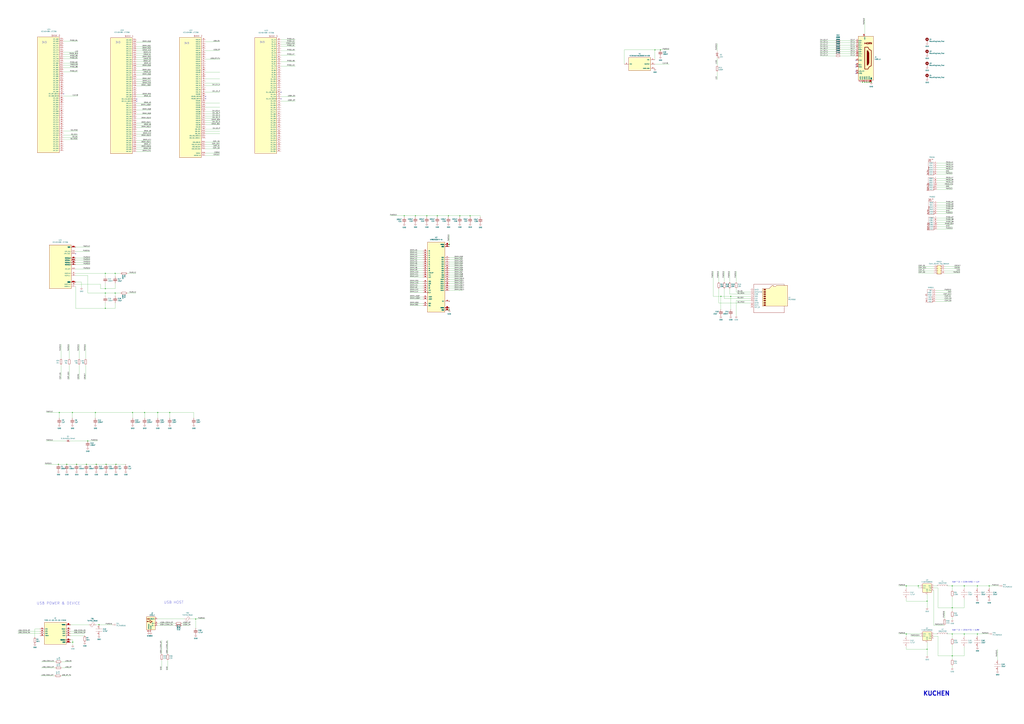
<source format=kicad_sch>
(kicad_sch (version 20211123) (generator eeschema)
  (paper "A0")
  (title_block (title "Kuchen Computer") (date "2022-11-05") (rev "V0") (company "Copyright © 2023 Lone Dynamics Corporation"))
  (junction (at 837.057 344.297))
  (junction (at 122.301 358.267))
  (junction (at 1052.322 736.6))
  (junction (at 482.346 250.698))
  (junction (at 197.104 479.298))
  (junction (at 1119.632 680.72))
  (junction (at 1105.662 680.72))
  (junction (at 122.301 317.627))
  (junction (at 88.9 539.496))
  (junction (at 521.716 360.172))
  (junction (at 760.476 57.912))
  (junction (at 1052.322 680.72))
  (junction (at 122.301 340.487))
  (junction (at 1134.872 680.72))
  (junction (at 183.134 479.298))
  (junction (at 1001.522 95.504))
  (junction (at 1148.588 680.72))
  (junction (at 848.487 344.297))
  (junction (at 1004.062 95.504))
  (junction (at 77.47 539.496))
  (junction (at 1011.682 95.504))
  (junction (at 153.924 479.298))
  (junction (at 84.455 746.125))
  (junction (at 227.203 719.201))
  (junction (at 133.731 317.627))
  (junction (at 1076.452 754.38))
  (junction (at 1105.662 736.6))
  (junction (at 521.716 283.972))
  (junction (at 133.731 340.487))
  (junction (at 1105.662 762))
  (junction (at 122.301 335.407))
  (junction (at 1105.662 706.12))
  (junction (at 100.33 539.496))
  (junction (at 167.894 479.298))
  (junction (at 68.834 479.298))
  (junction (at 1009.142 95.504))
  (junction (at 123.19 539.496))
  (junction (at 1076.452 698.5))
  (junction (at 1066.292 680.72))
  (junction (at 101.854 512.318))
  (junction (at 495.554 250.698))
  (junction (at 84.074 479.298))
  (junction (at 110.744 479.298))
  (junction (at 1006.602 95.504))
  (junction (at 111.76 539.496))
  (junction (at 67.818 539.496))
  (junction (at 545.846 250.698))
  (junction (at 114.935 725.805))
  (junction (at 1134.872 736.6))
  (junction (at 507.746 250.698))
  (junction (at 469.392 250.698))
  (junction (at 134.62 539.496))
  (junction (at 520.7 250.698))
  (junction (at 766.826 57.912))
  (junction (at 533.908 250.698))
  (junction (at 1119.632 736.6))
  (no_connect (at 238.76 114.554))
  (no_connect (at 87.757 294.767))
  (no_connect (at 158.75 117.602))
  (no_connect (at 993.902 85.344))
  (no_connect (at 993.902 82.804))
  (no_connect (at 993.902 77.724))
  (no_connect (at 993.902 75.184))
  (no_connect (at 993.902 70.104))
  (no_connect (at 73.914 108.966))
  (no_connect (at 238.76 112.014))
  (no_connect (at 158.75 115.062))
  (no_connect (at 326.39 107.188))
  (no_connect (at 326.39 114.808))
  (wire (pts (xy 1105.662 736.6) (xy 1100.582 736.6)))
  (wire (pts (xy 1076.452 746.76) (xy 1076.452 754.38)))
  (wire (pts (xy 521.716 332.232) (xy 536.956 332.232)))
  (wire (pts (xy 197.104 485.648) (xy 197.104 479.298)))
  (wire (pts (xy 122.301 321.437) (xy 122.301 317.627)))
  (wire (pts (xy 182.753 724.281) (xy 203.581 724.281)))
  (wire (pts (xy 1043.432 680.72) (xy 1052.322 680.72)))
  (wire (pts (xy 766.826 57.912) (xy 776.986 57.912)))
  (wire (pts (xy 175.26 153.162) (xy 158.75 153.162)))
  (wire (pts (xy 475.996 314.452) (xy 491.236 314.452)))
  (wire (pts (xy 1076.452 690.88) (xy 1076.452 698.5)))
  (wire (pts (xy 521.716 304.292) (xy 536.956 304.292)))
  (wire (pts (xy 1076.452 754.38) (xy 1052.322 754.38)))
  (wire (pts (xy 81.915 733.425) (xy 98.933 733.425)))
  (wire (pts (xy 475.996 299.212) (xy 491.236 299.212)))
  (wire (pts (xy 1001.522 95.504) (xy 1004.062 95.504)))
  (wire (pts (xy 1052.322 683.26) (xy 1052.322 680.72)))
  (wire (pts (xy 342.9 53.848) (xy 326.39 53.848)))
  (wire (pts (xy 482.346 250.698) (xy 495.554 250.698)))
  (wire (pts (xy 475.996 327.152) (xy 491.236 327.152)))
  (wire (pts (xy 101.981 320.167) (xy 101.981 340.487)))
  (wire (pts (xy 20.701 733.425) (xy 46.355 733.425)))
  (wire (pts (xy 183.134 479.298) (xy 197.104 479.298)))
  (wire (pts (xy 133.731 335.407) (xy 133.731 329.057)))
  (wire (pts (xy 47.498 785.368) (xy 63.5 785.368)))
  (wire (pts (xy 70.866 440.69) (xy 70.866 424.18)))
  (wire (pts (xy 1104.392 342.646) (xy 1086.612 342.646)))
  (wire (pts (xy 521.716 299.212) (xy 536.956 299.212)))
  (wire (pts (xy 975.614 59.944) (xy 993.902 59.944)))
  (wire (pts (xy 175.26 54.102) (xy 158.75 54.102)))
  (wire (pts (xy 1105.789 199.771) (xy 1088.009 199.771)))
  (wire (pts (xy 255.27 152.654) (xy 238.76 152.654)))
  (wire (pts (xy 67.818 539.496) (xy 77.47 539.496)))
  (wire (pts (xy 182.753 726.821) (xy 203.581 726.821)))
  (wire (pts (xy 1106.043 255.905) (xy 1088.263 255.905)))
  (wire (pts (xy 175.26 132.842) (xy 158.75 132.842)))
  (wire (pts (xy 1068.832 683.26) (xy 1066.292 683.26)))
  (wire (pts (xy 255.27 172.974) (xy 238.76 172.974)))
  (wire (pts (xy 1104.392 340.106) (xy 1086.612 340.106)))
  (wire (pts (xy 475.996 352.552) (xy 491.236 352.552)))
  (wire (pts (xy 80.391 440.817) (xy 80.391 424.307)))
  (wire (pts (xy 342.9 58.928) (xy 326.39 58.928)))
  (wire (pts (xy 342.9 112.268) (xy 326.39 112.268)))
  (wire (pts (xy 1084.072 309.626) (xy 1066.292 309.626)))
  (wire (pts (xy 342.9 71.628) (xy 326.39 71.628)))
  (wire (pts (xy 475.996 337.312) (xy 491.236 337.312)))
  (wire (pts (xy 175.26 120.142) (xy 158.75 120.142)))
  (wire (pts (xy 255.27 106.934) (xy 238.76 106.934)))
  (wire (pts (xy 175.26 127.762) (xy 158.75 127.762)))
  (wire (pts (xy 1076.452 698.5) (xy 1052.322 698.5)))
  (wire (pts (xy 1104.392 345.186) (xy 1086.612 345.186)))
  (wire (pts (xy 1105.789 197.231) (xy 1088.009 197.231)))
  (wire (pts (xy 90.424 73.406) (xy 73.914 73.406)))
  (wire (pts (xy 1084.072 317.246) (xy 1066.292 317.246)))
  (wire (pts (xy 840.867 346.837) (xy 871.347 346.837)))
  (wire (pts (xy 48.133 776.097) (xy 64.135 776.097)))
  (wire (pts (xy 1096.772 718.82) (xy 1096.772 709.93)))
  (wire (pts (xy 81.915 743.585) (xy 84.455 743.585)))
  (wire (pts (xy 342.9 117.348) (xy 326.39 117.348)))
  (wire (pts (xy 521.716 272.542) (xy 521.716 283.972)))
  (wire (pts (xy 1114.552 317.246) (xy 1096.772 317.246)))
  (wire (pts (xy 847.217 327.787) (xy 847.217 315.087)))
  (wire (pts (xy 837.057 344.297) (xy 828.167 344.297)))
  (wire (pts (xy 175.26 66.802) (xy 158.75 66.802)))
  (wire (pts (xy 952.246 62.484) (xy 970.534 62.484)))
  (wire (pts (xy 116.713 330.327) (xy 116.713 335.407)))
  (wire (pts (xy 1105.662 680.72) (xy 1119.632 680.72)))
  (wire (pts (xy 1084.072 680.72) (xy 1087.882 680.72)))
  (wire (pts (xy 1119.632 739.14) (xy 1119.632 736.6)))
  (wire (pts (xy 255.27 139.954) (xy 238.76 139.954)))
  (wire (pts (xy 342.9 46.228) (xy 326.39 46.228)))
  (wire (pts (xy 1148.588 680.72) (xy 1159.51 680.72)))
  (wire (pts (xy 724.916 57.912) (xy 760.476 57.912)))
  (wire (pts (xy 1076.452 698.5) (xy 1076.452 706.12)))
  (wire (pts (xy 194.818 767.334) (xy 194.818 778.51)))
  (wire (pts (xy 110.744 479.298) (xy 153.924 479.298)))
  (wire (pts (xy 952.246 59.944) (xy 970.534 59.944)))
  (wire (pts (xy 255.27 167.894) (xy 238.76 167.894)))
  (wire (pts (xy 122.301 358.267) (xy 133.731 358.267)))
  (wire (pts (xy 342.9 64.008) (xy 326.39 64.008)))
  (wire (pts (xy 183.134 485.648) (xy 183.134 479.298)))
  (wire (pts (xy 1105.789 189.611) (xy 1088.009 189.611)))
  (wire (pts (xy 1106.043 258.445) (xy 1088.263 258.445)))
  (wire (pts (xy 87.757 358.267) (xy 122.301 358.267)))
  (wire (pts (xy 342.9 51.308) (xy 326.39 51.308)))
  (wire (pts (xy 475.996 301.752) (xy 491.236 301.752)))
  (wire (pts (xy 1106.043 260.985) (xy 1088.263 260.985)))
  (wire (pts (xy 1106.043 263.525) (xy 1088.263 263.525)))
  (wire (pts (xy 848.487 359.537) (xy 848.487 344.297)))
  (wire (pts (xy 84.074 485.648) (xy 84.074 479.298)))
  (wire (pts (xy 53.594 479.298) (xy 68.834 479.298)))
  (wire (pts (xy 100.33 539.496) (xy 111.76 539.496)))
  (wire (pts (xy 48.133 768.985) (xy 64.135 768.985)))
  (wire (pts (xy 1104.392 347.726) (xy 1086.612 347.726)))
  (wire (pts (xy 255.27 155.194) (xy 238.76 155.194)))
  (wire (pts (xy 545.846 251.968) (xy 545.846 250.698)))
  (wire (pts (xy 1009.142 95.504) (xy 1011.682 95.504)))
  (wire (pts (xy 71.755 776.097) (xy 82.931 776.097)))
  (wire (pts (xy 507.746 251.968) (xy 507.746 250.698)))
  (wire (pts (xy 175.26 143.002) (xy 158.75 143.002)))
  (wire (pts (xy 104.267 307.467) (xy 87.757 307.467)))
  (wire (pts (xy 175.26 87.122) (xy 158.75 87.122)))
  (wire (pts (xy 104.267 304.927) (xy 87.757 304.927)))
  (wire (pts (xy 1114.552 312.166) (xy 1096.772 312.166)))
  (wire (pts (xy 1106.043 245.745) (xy 1088.263 245.745)))
  (wire (pts (xy 175.26 155.702) (xy 158.75 155.702)))
  (wire (pts (xy 90.424 63.246) (xy 73.914 63.246)))
  (wire (pts (xy 255.27 48.514) (xy 238.76 48.514)))
  (wire (pts (xy 187.706 767.334) (xy 187.706 778.51)))
  (wire (pts (xy 342.9 48.768) (xy 326.39 48.768)))
  (wire (pts (xy 1106.043 240.665) (xy 1088.263 240.665)))
  (wire (pts (xy 90.424 159.766) (xy 73.914 159.766)))
  (wire (pts (xy 1134.872 680.72) (xy 1148.588 680.72)))
  (wire (pts (xy 834.517 327.787) (xy 834.517 315.087)))
  (wire (pts (xy 175.26 168.402) (xy 158.75 168.402)))
  (wire (pts (xy 975.614 49.784) (xy 993.902 49.784)))
  (wire (pts (xy 255.27 99.314) (xy 238.76 99.314)))
  (wire (pts (xy 84.455 746.125) (xy 81.915 746.125)))
  (wire (pts (xy 854.837 349.377) (xy 854.837 367.157)))
  (wire (pts (xy 122.301 340.487) (xy 133.731 340.487)))
  (wire (pts (xy 101.854 512.318) (xy 113.284 512.318)))
  (wire (pts (xy 20.701 735.965) (xy 46.355 735.965)))
  (wire (pts (xy 342.9 76.708) (xy 326.39 76.708)))
  (wire (pts (xy 1134.872 736.6) (xy 1134.872 739.14)))
  (wire (pts (xy 81.915 735.965) (xy 98.933 735.965)))
  (wire (pts (xy 557.784 250.698) (xy 557.784 252.222)))
  (wire (pts (xy 133.731 321.437) (xy 133.731 317.627)))
  (wire (pts (xy 255.27 84.074) (xy 238.76 84.074)))
  (wire (pts (xy 475.996 291.592) (xy 491.236 291.592)))
  (wire (pts (xy 469.392 250.698) (xy 469.392 252.222)))
  (wire (pts (xy 187.706 743.712) (xy 187.706 759.714)))
  (wire (pts (xy 40.513 740.283) (xy 40.513 730.885)))
  (wire (pts (xy 975.614 54.864) (xy 993.902 54.864)))
  (wire (pts (xy 1052.322 739.14) (xy 1052.322 736.6)))
  (wire (pts (xy 1052.322 751.84) (xy 1052.322 754.38)))
  (wire (pts (xy 871.347 349.377) (xy 854.837 349.377)))
  (wire (pts (xy 1057.402 739.14) (xy 1068.832 739.14)))
  (wire (pts (xy 255.27 124.714) (xy 238.76 124.714)))
  (wire (pts (xy 507.746 250.698) (xy 520.7 250.698)))
  (wire (pts (xy 832.612 59.436) (xy 832.612 50.546)))
  (wire (pts (xy 1105.662 693.42) (xy 1105.662 706.12)))
  (wire (pts (xy 211.201 726.821) (xy 220.091 726.821)))
  (wire (pts (xy 175.26 145.542) (xy 158.75 145.542)))
  (wire (pts (xy 153.924 479.298) (xy 167.894 479.298)))
  (wire (pts (xy 122.301 329.057) (xy 122.301 335.407)))
  (wire (pts (xy 837.057 344.297) (xy 837.057 359.537)))
  (wire (pts (xy 111.76 539.496) (xy 123.19 539.496)))
  (wire (pts (xy 1105.662 706.12) (xy 1119.632 706.12)))
  (wire (pts (xy 854.837 327.787) (xy 854.837 315.087)))
  (wire (pts (xy 227.203 729.869) (xy 227.203 719.201)))
  (wire (pts (xy 175.26 137.922) (xy 158.75 137.922)))
  (wire (pts (xy 122.301 335.407) (xy 133.731 335.407)))
  (wire (pts (xy 1105.662 762) (xy 1089.152 762)))
  (wire (pts (xy 1119.632 706.12) (xy 1119.632 695.96)))
  (wire (pts (xy 87.757 332.867) (xy 87.757 358.267)))
  (wire (pts (xy 475.996 294.132) (xy 491.236 294.132)))
  (wire (pts (xy 1105.789 220.091) (xy 1088.009 220.091)))
  (wire (pts (xy 475.996 322.072) (xy 491.236 322.072)))
  (wire (pts (xy 175.26 94.742) (xy 158.75 94.742)))
  (wire (pts (xy 94.615 327.787) (xy 94.615 334.137)))
  (wire (pts (xy 1106.043 235.585) (xy 1088.263 235.585)))
  (wire (pts (xy 1106.043 243.205) (xy 1088.263 243.205)))
  (wire (pts (xy 255.27 150.114) (xy 238.76 150.114)))
  (wire (pts (xy 81.534 512.318) (xy 101.854 512.318)))
  (wire (pts (xy 103.505 725.805) (xy 81.915 725.805)))
  (wire (pts (xy 1106.043 253.365) (xy 1088.263 253.365)))
  (wire (pts (xy 255.27 68.834) (xy 238.76 68.834)))
  (wire (pts (xy 1089.152 739.14) (xy 1089.152 762)))
  (wire (pts (xy 90.424 78.486) (xy 73.914 78.486)))
  (wire (pts (xy 475.996 311.912) (xy 491.236 311.912)))
  (wire (pts (xy 91.821 424.307) (xy 91.821 440.817)))
  (wire (pts (xy 832.612 92.456) (xy 832.612 83.566)))
  (wire (pts (xy 1119.632 683.26) (xy 1119.632 680.72)))
  (wire (pts (xy 1066.292 680.72) (xy 1068.832 680.72)))
  (wire (pts (xy 760.476 74.422) (xy 776.986 74.422)))
  (wire (pts (xy 1105.789 217.551) (xy 1088.009 217.551)))
  (wire (pts (xy 1052.322 680.72) (xy 1066.292 680.72)))
  (wire (pts (xy 1084.072 314.706) (xy 1066.292 314.706)))
  (wire (pts (xy 104.267 299.847) (xy 87.757 299.847)))
  (wire (pts (xy 871.347 339.217) (xy 854.837 339.217)))
  (wire (pts (xy 533.908 250.698) (xy 545.846 250.698)))
  (wire (pts (xy 1105.789 215.011) (xy 1088.009 215.011)))
  (wire (pts (xy 90.424 162.306) (xy 73.914 162.306)))
  (wire (pts (xy 175.26 56.642) (xy 158.75 56.642)))
  (wire (pts (xy 871.347 341.757) (xy 847.217 341.757)))
  (wire (pts (xy 521.716 337.312) (xy 536.956 337.312)))
  (wire (pts (xy 175.26 84.582) (xy 158.75 84.582)))
  (wire (pts (xy 1119.632 680.72) (xy 1134.872 680.72)))
  (wire (pts (xy 1076.452 754.38) (xy 1076.452 762)))
  (wire (pts (xy 90.424 83.566) (xy 73.914 83.566)))
  (wire (pts (xy 475.996 339.852) (xy 491.236 339.852)))
  (wire (pts (xy 475.996 347.472) (xy 491.236 347.472)))
  (wire (pts (xy 91.821 400.177) (xy 91.821 416.687)))
  (wire (pts (xy 521.716 311.912) (xy 536.956 311.912)))
  (wire (pts (xy 255.27 132.334) (xy 238.76 132.334)))
  (wire (pts (xy 975.614 47.244) (xy 993.902 47.244)))
  (wire (pts (xy 175.26 163.322) (xy 158.75 163.322)))
  (wire (pts (xy 475.996 319.532) (xy 491.236 319.532)))
  (wire (pts (xy 122.301 351.917) (xy 122.301 358.267)))
  (wire (pts (xy 175.26 49.022) (xy 158.75 49.022)))
  (wire (pts (xy 175.26 173.482) (xy 158.75 173.482)))
  (wire (pts (xy 828.167 344.297) (xy 828.167 315.087)))
  (wire (pts (xy 475.996 329.692) (xy 491.236 329.692)))
  (wire (pts (xy 53.594 512.318) (xy 76.454 512.318)))
  (wire (pts (xy 225.044 485.648) (xy 225.044 479.298)))
  (wire (pts (xy 90.424 152.146) (xy 73.914 152.146)))
  (wire (pts (xy 521.716 322.072) (xy 536.956 322.072)))
  (wire (pts (xy 87.757 327.787) (xy 94.615 327.787)))
  (wire (pts (xy 255.27 91.694) (xy 238.76 91.694)))
  (wire (pts (xy 1105.662 680.72) (xy 1100.582 680.72)))
  (wire (pts (xy 760.476 57.912) (xy 766.826 57.912)))
  (wire (pts (xy 133.731 340.487) (xy 140.081 340.487)))
  (wire (pts (xy 175.26 64.262) (xy 158.75 64.262)))
  (wire (pts (xy 475.996 355.092) (xy 491.236 355.092)))
  (wire (pts (xy 77.47 539.496) (xy 88.9 539.496)))
  (wire (pts (xy 1105.789 194.691) (xy 1088.009 194.691)))
  (wire (pts (xy 840.867 327.787) (xy 840.867 315.087)))
  (wire (pts (xy 1105.789 207.391) (xy 1088.009 207.391)))
  (wire (pts (xy 1105.662 709.93) (xy 1105.662 706.12)))
  (wire (pts (xy 175.26 158.242) (xy 158.75 158.242)))
  (wire (pts (xy 975.614 57.404) (xy 993.902 57.404)))
  (wire (pts (xy 133.731 344.297) (xy 133.731 340.487)))
  (wire (pts (xy 1105.662 749.3) (xy 1105.662 762)))
  (wire (pts (xy 84.455 749.427) (xy 84.455 746.125)))
  (wire (pts (xy 175.26 122.682) (xy 158.75 122.682)))
  (wire (pts (xy 255.27 180.594) (xy 238.76 180.594)))
  (wire (pts (xy 975.614 62.484) (xy 993.902 62.484)))
  (wire (pts (xy 520.7 250.698) (xy 533.908 250.698)))
  (wire (pts (xy 847.217 341.757) (xy 847.217 335.407)))
  (wire (pts (xy 1066.292 683.26) (xy 1066.292 680.72)))
  (wire (pts (xy 90.424 157.226) (xy 73.914 157.226)))
  (wire (pts (xy 475.996 306.832) (xy 491.236 306.832)))
  (wire (pts (xy 1004.062 95.504) (xy 1006.602 95.504)))
  (wire (pts (xy 175.26 76.962) (xy 158.75 76.962)))
  (wire (pts (xy 175.26 99.822) (xy 158.75 99.822)))
  (wire (pts (xy 40.513 730.885) (xy 46.355 730.885)))
  (wire (pts (xy 68.834 479.298) (xy 84.074 479.298)))
  (wire (pts (xy 1004.062 39.624) (xy 1004.062 21.336)))
  (wire (pts (xy 998.982 95.504) (xy 1001.522 95.504)))
  (wire (pts (xy 495.554 250.698) (xy 495.554 251.968)))
  (wire (pts (xy 122.301 317.627) (xy 133.731 317.627)))
  (wire (pts (xy 952.246 52.324) (xy 970.534 52.324)))
  (wire (pts (xy 469.392 250.698) (xy 482.346 250.698)))
  (wire (pts (xy 871.347 344.297) (xy 848.487 344.297)))
  (wire (pts (xy 1084.072 739.14) (xy 1089.152 739.14)))
  (wire (pts (xy 87.757 320.167) (xy 101.981 320.167)))
  (wire (pts (xy 1104.392 350.266) (xy 1086.612 350.266)))
  (wire (pts (xy 71.755 768.985) (xy 82.931 768.985)))
  (wire (pts (xy 175.26 97.282) (xy 158.75 97.282)))
  (wire (pts (xy 1105.662 775.97) (xy 1105.662 773.43)))
  (wire (pts (xy 1106.043 266.065) (xy 1088.263 266.065)))
  (wire (pts (xy 255.27 137.414) (xy 238.76 137.414)))
  (wire (pts (xy 1105.789 209.931) (xy 1088.009 209.931)))
  (wire (pts (xy 854.837 339.217) (xy 854.837 335.407)))
  (wire (pts (xy 255.27 178.054) (xy 238.76 178.054)))
  (wire (pts (xy 521.716 324.612) (xy 536.956 324.612)))
  (wire (pts (xy 175.26 92.202) (xy 158.75 92.202)))
  (wire (pts (xy 521.716 301.752) (xy 536.956 301.752)))
  (wire (pts (xy 175.26 170.942) (xy 158.75 170.942)))
  (wire (pts (xy 197.104 479.298) (xy 225.044 479.298)))
  (wire (pts (xy 521.716 357.632) (xy 521.716 360.172)))
  (wire (pts (xy 255.27 58.674) (xy 238.76 58.674)))
  (wire (pts (xy 475.996 316.992) (xy 491.236 316.992)))
  (wire (pts (xy 475.996 334.772) (xy 491.236 334.772)))
  (wire (pts (xy 832.612 75.946) (xy 832.612 67.056)))
  (wire (pts (xy 1105.662 706.12) (xy 1089.152 706.12)))
  (wire (pts (xy 475.996 332.232) (xy 491.236 332.232)))
  (wire (pts (xy 1134.872 680.72) (xy 1134.872 683.26)))
  (wire (pts (xy 153.924 485.648) (xy 153.924 479.298)))
  (wire (pts (xy 133.731 317.627) (xy 140.081 317.627)))
  (wire (pts (xy 495.554 250.698) (xy 507.746 250.698)))
  (wire (pts (xy 1006.602 95.504) (xy 1009.142 95.504)))
  (wire (pts (xy 1084.072 312.166) (xy 1066.292 312.166)))
  (wire (pts (xy 521.716 306.832) (xy 536.956 306.832)))
  (wire (pts (xy 175.26 109.982) (xy 158.75 109.982)))
  (wire (pts (xy 834.517 351.917) (xy 871.347 351.917)))
  (wire (pts (xy 840.867 346.837) (xy 840.867 335.407)))
  (wire (pts (xy 114.935 725.805) (xy 130.175 725.805)))
  (wire (pts (xy 1084.072 685.8) (xy 1084.072 726.44)))
  (wire (pts (xy 1106.043 248.285) (xy 1088.263 248.285)))
  (wire (pts (xy 80.391 416.687) (xy 80.391 400.177)))
  (wire (pts (xy 175.26 74.422) (xy 158.75 74.422)))
  (wire (pts (xy 952.246 54.864) (xy 970.534 54.864)))
  (wire (pts (xy 182.753 719.201) (xy 213.995 719.201)))
  (wire (pts (xy 255.27 119.634) (xy 238.76 119.634)))
  (wire (pts (xy 133.731 358.267) (xy 133.731 351.917)))
  (wire (pts (xy 104.267 302.387) (xy 87.757 302.387)))
  (wire (pts (xy 1134.872 736.6) (xy 1147.572 736.6)))
  (wire (pts (xy 71.12 785.368) (xy 82.296 785.368)))
  (wire (pts (xy 104.267 287.147) (xy 87.757 287.147)))
  (wire (pts (xy 255.27 96.774) (xy 238.76 96.774)))
  (wire (pts (xy 760.476 69.342) (xy 760.476 57.912)))
  (wire (pts (xy 134.62 539.496) (xy 146.05 539.496)))
  (wire (pts (xy 834.517 351.917) (xy 834.517 335.407)))
  (wire (pts (xy 84.074 479.298) (xy 110.744 479.298)))
  (wire (pts (xy 99.441 400.177) (xy 99.441 416.687)))
  (wire (pts (xy 255.27 170.434) (xy 238.76 170.434)))
  (wire (pts (xy 521.716 316.992) (xy 536.956 316.992)))
  (wire (pts (xy 452.882 250.698) (xy 469.392 250.698)))
  (wire (pts (xy 227.203 719.201) (xy 221.615 719.201)))
  (wire (pts (xy 952.246 57.404) (xy 970.534 57.404)))
  (wire (pts (xy 101.981 340.487) (xy 122.301 340.487)))
  (wire (pts (xy 167.894 485.648) (xy 167.894 479.298)))
  (wire (pts (xy 1104.392 337.566) (xy 1086.612 337.566)))
  (wire (pts (xy 952.246 49.784) (xy 970.534 49.784)))
  (wire (pts (xy 175.26 176.022) (xy 158.75 176.022)))
  (wire (pts (xy 167.894 479.298) (xy 183.134 479.298)))
  (wire (pts (xy 1105.662 685.8) (xy 1105.662 680.72)))
  (wire (pts (xy 123.19 539.496) (xy 134.62 539.496)))
  (wire (pts (xy 104.267 292.227) (xy 87.757 292.227)))
  (wire (pts (xy 116.713 335.407) (xy 122.301 335.407)))
  (wire (pts (xy 1084.072 683.26) (xy 1089.152 683.26)))
  (wire (pts (xy 1052.322 736.6) (xy 1068.832 736.6)))
  (wire (pts (xy 1105.662 765.81) (xy 1105.662 762)))
  (wire (pts (xy 211.201 724.281) (xy 220.091 724.281)))
  (wire (pts (xy 68.834 485.648) (xy 68.834 479.298)))
  (wire (pts (xy 147.701 340.487) (xy 157.861 340.487)))
  (wire (pts (xy 952.246 65.024) (xy 970.534 65.024)))
  (wire (pts (xy 475.996 309.372) (xy 491.236 309.372)))
  (wire (pts (xy 255.27 145.034) (xy 238.76 145.034)))
  (wire (pts (xy 1105.789 192.151) (xy 1088.009 192.151)))
  (wire (pts (xy 1084.072 726.44) (xy 1096.772 726.44)))
  (wire (pts (xy 521.716 329.692) (xy 536.956 329.692)))
  (wire (pts (xy 99.441 424.307) (xy 99.441 440.817)))
  (wire (pts (xy 848.487 344.297) (xy 837.057 344.297)))
  (wire (pts (xy 1105.662 762) (xy 1119.632 762)))
  (wire (pts (xy 521.716 314.452) (xy 536.956 314.452)))
  (wire (pts (xy 90.424 65.786) (xy 73.914 65.786)))
  (wire (pts (xy 952.246 47.244) (xy 970.534 47.244)))
  (wire (pts (xy 482.346 250.698) (xy 482.346 251.968)))
  (wire (pts (xy 81.915 738.505) (xy 98.425 738.505)))
  (wire (pts (xy 122.301 344.297) (xy 122.301 340.487)))
  (wire (pts (xy 545.846 250.698) (xy 557.784 250.698)))
  (wire (pts (xy 1119.632 736.6) (xy 1134.872 736.6)))
  (wire (pts (xy 533.908 251.968) (xy 533.908 250.698)))
  (wire (pts (xy 521.716 309.372) (xy 536.956 309.372)))
  (wire (pts (xy 255.27 129.794) (xy 238.76 129.794)))
  (wire (pts (xy 238.125 719.201) (xy 227.203 719.201)))
  (wire (pts (xy 475.996 344.932) (xy 491.236 344.932)))
  (wire (pts (xy 1105.662 720.09) (xy 1105.662 717.55)))
  (wire (pts (xy 111.125 725.805) (xy 114.935 725.805)))
  (wire (pts (xy 1148.588 680.72) (xy 1148.588 683.26)))
  (wire (pts (xy 975.614 65.024) (xy 993.902 65.024)))
  (wire (pts (xy 1106.043 238.125) (xy 1088.263 238.125)))
  (wire (pts (xy 1105.662 741.68) (xy 1105.662 736.6)))
  (wire (pts (xy 90.424 111.506) (xy 73.914 111.506)))
  (wire (pts (xy 175.26 69.342) (xy 158.75 69.342)))
  (wire (pts (xy 175.26 59.182) (xy 158.75 59.182)))
  (wire (pts (xy 1084.072 736.6) (xy 1087.882 736.6)))
  (wire (pts (xy 521.716 319.532) (xy 536.956 319.532)))
  (wire (pts (xy 1158.24 766.826) (xy 1158.24 754.126)))
  (wire (pts (xy 88.9 539.496) (xy 100.33 539.496)))
  (wire (pts (xy 975.614 52.324) (xy 993.902 52.324)))
  (wire (pts (xy 87.757 317.627) (xy 122.301 317.627)))
  (wire (pts (xy 90.424 48.006) (xy 73.914 48.006)))
  (wire (pts (xy 147.701 317.627) (xy 157.861 317.627)))
  (wire (pts (xy 87.757 330.327) (xy 116.713 330.327)))
  (wire (pts (xy 175.26 61.722) (xy 158.75 61.722)))
  (wire (pts (xy 90.424 68.326) (xy 73.914 68.326)))
  (wire (pts (xy 175.26 71.882) (xy 158.75 71.882)))
  (wire (pts (xy 1052.322 695.96) (xy 1052.322 698.5)))
  (wire (pts (xy 110.744 485.648) (xy 110.744 479.298)))
  (wire (pts (xy 1105.789 202.311) (xy 1088.009 202.311)))
  (wire (pts (xy 194.818 743.712) (xy 194.818 759.714)))
  (wire (pts (xy 1105.662 736.6) (xy 1119.632 736.6)))
  (wire (pts (xy 255.27 165.354) (xy 238.76 165.354)))
  (wire (pts (xy 255.27 142.494) (xy 238.76 142.494)))
  (wire (pts (xy 70.866 416.56) (xy 70.866 400.05)))
  (wire (pts (xy 1105.789 212.471) (xy 1088.009 212.471)))
  (wire (pts (xy 52.07 539.496) (xy 67.818 539.496)))
  (wire (pts (xy 520.7 251.968) (xy 520.7 250.698)))
  (wire (pts (xy 255.27 134.874) (xy 238.76 134.874)))
  (wire (pts (xy 475.996 296.672) (xy 491.236 296.672)))
  (wire (pts (xy 521.716 334.772) (xy 536.956 334.772)))
  (wire (pts (xy 1089.152 683.26) (xy 1089.152 706.12)))
  (wire (pts (xy 521.716 283.972) (xy 521.716 286.512)))
  (wire (pts (xy 1114.552 309.626) (xy 1096.772 309.626)))
  (wire (pts (xy 1043.432 736.6) (xy 1052.322 736.6)))
  (wire (pts (xy 724.916 74.422) (xy 724.916 57.912)))
  (wire (pts (xy 1119.632 762) (xy 1119.632 751.84)))
  (wire (pts (xy 90.424 60.706) (xy 73.914 60.706)))
  (wire (pts (xy 475.996 304.292) (xy 491.236 304.292)))
  (wire (pts (xy 104.267 312.547) (xy 87.757 312.547)))
  (wire (pts (xy 175.26 112.522) (xy 158.75 112.522)))
  (wire (pts (xy 90.424 75.946) (xy 73.914 75.946)))
  (wire (pts (xy 521.716 327.152) (xy 536.956 327.152)))
  (wire (pts (xy 175.26 148.082) (xy 158.75 148.082)))
  (wire (pts (xy 175.26 82.042) (xy 158.75 82.042)))
  (wire (pts (xy 84.455 743.585) (xy 84.455 746.125)))
  (wire (pts (xy 1114.552 314.706) (xy 1096.772 314.706)))
  (wire (pts (xy 175.26 165.862) (xy 158.75 165.862)))
  (text "0.6V * (1 + (120/120)) = 1.2V" (at 1105.662 676.91 0) (effects (font (size 1.27 1.27)) (justify left bottom)))
  (text "3V3" (at 301.498 50.292 0) (effects (font (size 2 2)) (justify left bottom)))
  (text "3V3" (at 213.868 51.562 0) (effects (font (size 2 2)) (justify left bottom)))
  (text "KUCHEN" (at 1071.626 808.736 0) (effects (font (size 5 5) (thickness 1) bold) (justify left bottom)))
  (text "0.6V * (1 + (210/47)) = 3.28V" (at 1105.662 732.79 0) (effects (font (size 1.27 1.27)) (justify left bottom)))
  (text "3V3" (at 48.514 50.546 0) (effects (font (size 2 2)) (justify left bottom)))
  (text "3V3" (at 134.112 50.546 0) (effects (font (size 2 2)) (justify left bottom)))
  (text "USB HOST" (at 190.246 701.802 0) (effects (font (size 3 3)) (justify left bottom)))
  (text "USB POWER & DEVICE" (at 42.672 702.818 0) (effects (font (size 3 3)) (justify left bottom)))
  (label "DRAM_A6" (at 166.878 145.542 0))
  (label "DRAM_DQ0" (at 527.558 299.212 0))
  (label "D1_N" (at 987.552 54.864 0))
  (label "DVI_CK_P" (at 246.634 106.934 0))
  (label "DRAM_DQ9" (at 175.26 132.842 180))
  (label "DVI_CK_N" (at 952.246 65.024 0))
  (label "PMOD_A7" (at 333.248 64.008 0))
  (label "USB_CONN_DN" (at 48.895 768.985 0))
  (label "DRAM_A8" (at 166.878 153.162 0))
  (label "PMOD_A9" (at 1098.169 212.471 0))
  (label "DRAM_CLK" (at 475.996 339.852 0))
  (label "PWR3V3" (at 1098.423 248.285 0))
  (label "DRAM_WE" (at 175.26 71.882 180))
  (label "DRAM_DQ5" (at 527.558 311.912 0))
  (label "PWR2V5" (at 96.393 292.227 0))
  (label "PMOD_B10" (at 80.518 63.246 0))
  (label "USB_DP" (at 75.565 776.097 0))
  (label "DRAM_A4" (at 475.996 301.752 0))
  (label "GND" (at 1098.169 199.771 0))
  (label "SD_MOSI" (at 81.788 162.306 0))
  (label "DRAM_CKE" (at 475.996 337.312 0))
  (label "USB_CONN_DP" (at 21.209 733.425 0))
  (label "DRAM_DQ3" (at 527.558 306.832 0))
  (label "PMOD_B7" (at 81.28 83.566 0))
  (label "PWR3V3" (at 832.612 58.166 90))
  (label "CRESET" (at 1108.202 309.626 0))
  (label "DRAM_BS0" (at 475.996 352.552 0))
  (label "USBH_CONN_DP" (at 187.706 744.474 270))
  (label "CRESET" (at 99.441 440.817 90))
  (label "PMOD_A1" (at 1098.169 189.611 0))
  (label "DRAM_A8" (at 475.996 311.912 0))
  (label "DRAM_CS" (at 175.26 61.722 180))
  (label "USBH_DN" (at 212.471 726.821 0))
  (label "DRAM_A7" (at 166.878 168.402 0))
  (label "PWR3V3" (at 96.901 304.927 0))
  (label "CDONE" (at 248.666 178.054 0))
  (label "PWR3V3" (at 99.441 407.797 90))
  (label "DRAM_DQ11" (at 527.558 327.152 0))
  (label "DRAM_DQ7" (at 527.558 316.992 0))
  (label "CSPI_SO" (at 247.142 172.974 0))
  (label "SD_SS" (at 83.82 159.766 0))
  (label "DRAM_BS1" (at 475.996 355.092 0))
  (label "PMOD_B8" (at 81.28 78.486 0))
  (label "DRAM_A10" (at 475.996 316.992 0))
  (label "DVI_D2_N" (at 952.246 49.784 0))
  (label "DRAM_DQ13" (at 175.26 158.242 180))
  (label "LEDC" (at 832.612 74.422 90))
  (label "DRAM_A1" (at 475.996 294.132 0))
  (label "PMOD_A4" (at 333.248 46.228 0))
  (label "DRAM_A1" (at 175.26 64.262 180))
  (label "DVI_D1_N" (at 952.246 54.864 0))
  (label "DVI_D0_P" (at 952.246 57.404 0))
  (label "PWR3V3" (at 80.391 407.797 90))
  (label "CSPI_SS" (at 70.866 440.69 90))
  (label "GND" (at 1110.742 314.706 0))
  (label "DRAM_WE" (at 475.996 334.772 0))
  (label "SD_MISO" (at 82.042 152.146 0))
  (label "CDONE" (at 1108.202 312.166 0))
  (label "DVI_D2_P" (at 246.888 150.114 0))
  (label "PWR3V3" (at 847.217 322.707 90))
  (label "USBH_CONN_DN" (at 185.5978 726.821 0))
  (label "DRAM_DQ12" (at 175.26 148.082 180))
  (label "DRAM_DQ2" (at 527.558 304.292 0))
  (label "PWR1V2" (at 1151.89 680.72 0))
  (label "DRAM_DQ9" (at 527.558 322.072 0))
  (label "USB_CONN_DN" (at 21.209 735.965 0))
  (label "PMOD_A3" (at 333.248 76.708 0))
  (label "GND" (at 1100.582 340.106 0))
  (label "PMOD_B4" (at 81.28 48.006 0))
  (label "PWR3V3" (at 834.517 322.707 90))
  (label "DRAM_DQ8" (at 175.26 127.762 180))
  (label "PWR3V3" (at 1098.169 220.091 0))
  (label "CSPI_SS" (at 1066.292 309.626 0))
  (label "GND" (at 187.706 774.446 270))
  (label "PWR3V3" (at 1098.423 266.065 0))
  (label "CSPI_SCK" (at 245.872 167.894 0))
  (label "DRAM_A2" (at 475.996 296.672 0))
  (label "DRAM_DQ4" (at 175.26 82.042 180))
  (label "PMOD_B2" (at 81.28 73.406 0))
  (label "PWR3V3" (at 828.167 322.707 90))
  (label "DRAM_LDQM" (at 175.26 99.822 180))
  (label "DRAM_A9" (at 166.624 173.482 0))
  (label "DRAM_UDQM" (at 475.996 347.472 0))
  (label "DRAM_CAS" (at 175.26 97.282 180))
  (label "PWR5V0" (at 122.555 725.805 0))
  (label "PWR3V3" (at 70.866 407.67 90))
  (label "CSPI_SI" (at 247.65 170.434 0))
  (label "DRAM_DQ13" (at 527.558 332.232 0))
  (label "DRAM_BS1" (at 245.618 145.034 0))
  (label "PWR1V2" (at 96.647 287.147 0))
  (label "USBH_CONN_DP" (at 185.801 724.281 0))
  (label "DRAM_DQ1" (at 527.558 301.752 0))
  (label "LED" (at 87.122 60.706 0))
  (label "CSPI_SS" (at 1096.772 350.266 0))
  (label "PWR3V3EN" (at 1057.402 739.14 0))
  (label "DRAM_DQ3" (at 175.26 66.802 180))
  (label "PMOD_B3" (at 90.424 75.946 180))
  (label "DVI_D0_P" (at 246.634 132.334 0))
  (label "USBH_DP" (at 212.471 724.281 0))
  (label "DRAM_DQ4" (at 527.558 309.372 0))
  (label "PMOD_A1" (at 333.248 53.848 0))
  (label "DRAM_DQ10" (at 175.26 137.922 180))
  (label "DRAM_DQ5" (at 175.26 76.962 180))
  (label "CSPI_SI" (at 1066.292 314.706 0))
  (label "PWR5V0" (at 1043.432 736.6 0))
  (label "PMOD_A7" (at 1098.169 207.391 0))
  (label "DRAM_DQ15" (at 527.558 337.312 0))
  (label "DRAM_DQ15" (at 164.084 170.942 0))
  (label "GND" (at 194.818 774.446 270))
  (label "DRAM_A0" (at 475.996 291.592 0))
  (label "GND" (at 1098.423 263.525 0))
  (label "PMOD_A10" (at 332.232 51.308 0))
  (label "PWR1V2" (at 150.241 317.627 0))
  (label "PWR3V3" (at 840.867 322.707 90))
  (label "DRAM_DQ7" (at 175.26 92.202 180))
  (label "DRAM_A2" (at 166.878 74.422 0))
  (label "DRAM_A3" (at 175.26 84.582 180))
  (label "PWR3V3" (at 96.901 302.387 0))
  (label "PMOD_B8" (at 1098.423 255.905 0))
  (label "PMOD_B1" (at 1098.423 235.585 0))
  (label "PWR3V3" (at 854.837 322.707 90))
  (label "DRAM_DQ14" (at 175.26 165.862 180))
  (label "USB_DN" (at 75.565 768.985 0))
  (label "PWR3V3EN" (at 1085.342 726.44 0))
  (label "DVI_D1_N" (at 246.634 142.494 0))
  (label "DVI_D1_P" (at 952.246 52.324 0))
  (label "DVI_D2_N" (at 246.634 134.874 0))
  (label "CSPI_SO" (at 1096.772 347.726 0))
  (label "DRAM_A9" (at 475.996 314.452 0))
  (label "DRAM_A10" (at 175.26 59.182 180))
  (label "DVI_D0_N" (at 952.246 59.944 0))
  (label "SD_MISO" (at 856.107 351.917 0))
  (label "DVI_CK_N" (at 246.38 99.314 0))
  (label "DRAM_UDQM" (at 175.26 122.682 180))
  (label "GND" (at 1098.423 245.745 0))
  (label "DRAM_DQ14" (at 527.558 334.772 0))
  (label "DVI_D2_P" (at 952.246 47.244 0))
  (label "PWR3V3" (at 1096.772 337.566 0))
  (label "DRAM_A3" (at 475.996 299.212 0))
  (label "PMOD_B1" (at 81.28 68.326 0))
  (label "PWR5V0" (at 229.997 719.201 0))
  (label "DRAM_DQ1" (at 175.26 54.102 180))
  (label "PMOD_A8" (at 1098.169 209.931 0))
  (label "CSPI_SI" (at 1096.772 345.186 0))
  (label "PWR3V3" (at 1158.24 763.016 90))
  (label "DVI_D0_N" (at 246.38 129.794 0))
  (label "CLK48" (at 84.328 111.506 0))
  (label "DRAM_A6" (at 475.996 306.832 0))
  (label "PWR3V3" (at 96.901 312.547 0))
  (label "DRAM_DQ2" (at 175.26 56.642 180))
  (label "CLK48" (at 769.366 74.422 0))
  (label "CDONE" (at 91.821 440.817 90))
  (label "DRAM_A5" (at 166.878 120.142 0))
  (label "PWR3V3" (at 91.821 407.797 90))
  (label "PMOD_B10" (at 1097.153 260.985 0))
  (label "DRAM_DQ10" (at 527.558 324.612 0))
  (label "D1_P" (at 987.552 52.324 0))
  (label "DRAM_A5" (at 475.996 304.292 0))
  (label "CSPI_SS" (at 247.142 165.354 0))
  (label "DRAM_CLK" (at 175.26 94.742 180))
  (label "CSPI_SO" (at 1066.292 317.246 0))
  (label "USB_DP" (at 247.904 58.674 0))
  (label "USB_CONN_DP" (at 48.895 776.097 0))
  (label "PMOD_B2" (at 1098.423 238.125 0))
  (label "USB_DN" (at 247.65 48.514 0))
  (label "PMOD_B9" (at 1098.423 258.445 0))
  (label "CK_N" (at 987.552 65.024 0))
  (label "DRAM_A11" (at 165.862 163.322 0))
  (label "PMOD_A2" (at 1098.169 192.151 0))
  (label "PWR5V0" (at 1004.062 28.702 90))
  (label "PWR1V2" (at 53.594 479.298 0))
  (label "PWR3V3" (at 96.901 299.847 0))
  (label "DRAM_A0" (at 175.26 69.342 180))
  (label "PWR3V3" (at 452.882 250.698 0))
  (label "DRAM_DQ12" (at 527.558 329.692 0))
  (label "DRAM_BS0" (at 245.618 139.954 0))
  (label "DRAM_RAS" (at 475.996 327.152 0))
  (label "DRAM_A7" (at 475.996 309.372 0))
  (label "USB_CONN_DP" (at 85.725 735.965 0))
  (label "D2_N" (at 987.552 49.784 0))
  (label "PMOD_A3" (at 1098.169 194.691 0))
  (label "PMOD_A2" (at 333.248 48.768 0))
  (label "SD_SCK" (at 856.107 346.837 0))
  (label "DRAM_RAS" (at 175.26 109.982 180))
  (label "PWR3V3" (at 52.07 539.496 0))
  (label "SD_SCK" (at 82.55 157.226 0))
  (label "PWR5V0" (at 1096.772 717.55 90))
  (label "DRAM_A12" (at 165.862 155.702 0))
  (label "DRAM_LDQM" (at 475.996 344.932 0))
  (label "PMOD_B3" (at 1098.423 240.665 0))
  (label "CSPI_SCK" (at 1066.292 312.166 0))
  (label "CSPI_SCK" (at 1095.502 342.646 0))
  (label "DRAM_DQ8" (at 527.558 319.532 0))
  (label "DRAM_CAS" (at 475.996 329.692 0))
  (label "DVI_D1_P" (at 246.634 137.414 0))
  (label "PWR5V0" (at 1106.932 317.246 0))
  (label "DVI_CK_P" (at 952.246 62.484 0))
  (label "SD_SS" (at 856.107 339.217 0))
  (label "USBH_DP" (at 334.01 117.348 0))
  (label "DRAM_A12" (at 475.996 322.072 0))
  (label "DRAM_A4" (at 166.878 112.522 0))
  (label "PWR3V3" (at 521.716 280.162 90))
  (label "PMOD_B7" (at 1098.423 253.365 0))
  (label "D2_P" (at 987.552 47.244 0))
  (label "SD_MOSI" (at 856.107 341.757 0))
  (label "PWR3V3" (at 96.901 307.467 0))
  (label "GND" (at 1098.169 217.551 0))
  (label "CRESET" (at 247.904 180.594 0))
  (label "PWR3V3" (at 769.366 57.912 0))
  (label "USBH_DN" (at 334.01 112.268 0))
  (label "DRAM_DQ11" (at 175.26 143.002 180))
  (label "PMOD_A10" (at 1096.899 215.011 0))
  (label "USB_DP_PU" (at 244.348 68.834 0))
  (label "CK_P" (at 987.552 62.484 0))
  (label "PWR3V3" (at 1139.952 736.6 0))
  (label "DRAM_DQ6" (at 527.558 314.452 0))
  (label "DRAM_CKE" (at 165.354 176.022 0))
  (label "PMOD_B9" (at 81.28 65.786 0))
  (label "DRAM_CS" (at 475.996 332.232 0))
  (label "USB_DP_PU" (at 71.628 785.368 0))
  (label "DRAM_A11" (at 475.996 319.532 0))
  (label "PWR1V2" (at 150.241 340.487 0))
  (label "LED" (at 832.612 92.456 90))
  (label "PMOD_B4" (at 1098.423 243.205 0))
  (label "USB_CONN_DP" (at 48.26 785.368 0))
  (label "D0_P" (at 987.552 57.404 0))
  (label "USB_CONN_DN" (at 85.725 733.425 0))
  (label "CSPI_SCK" (at 80.391 440.817 90))
  (label "PWR3V3" (at 1098.169 202.311 0))
  (label "DRAM_DQ0" (at 175.26 49.022 180))
  (label "PMOD_A9" (at 333.248 58.928 0))
  (label "PWR5V0" (at 1043.432 680.72 0))
  (label "PWR3V3" (at 53.594 512.318 0))
  (label "PMOD_A4" (at 1098.169 197.231 0))
  (label "PWR2V5" (at 105.664 512.318 0))
  (label "DRAM_DQ6" (at 175.26 87.122 180))
  (label "PMOD_A8" (at 333.248 71.628 0))
  (label "USBH_CONN_DN" (at 194.818 744.474 270))
  (label "D0_N" (at 987.552 59.944 0))
  (symbol (lib_id "KC2016Z:KC2016Z13.5600C1KX00") (at 742.696 74.422 0) (unit 1)
    (property "Reference" "Y1" (at 742.696 62.5602 0))
    (property "Value" "KC2016Z48.0000C1KX00" (at 742.696 64.8716 0))
    (property "Footprint" "LD-CRYSTALS:OSC_KC2016Z13.5600C1KX00" (effects hide))
    (property "STANDARD" "Manufacturer Recommendations" (effects hide))
    (property "MANUFACTURER" "Kyocera" (effects hide))
    (property "PARTREV" "November 2020" (effects hide))
    (property "MAXIMUM_PACKAGE_HIEGHT" "0.8 mm" (effects hide))
  )
  (symbol (lib_id "power:GND") (at 760.476 79.502 0) (unit 1)
    (property "Reference" "#PWR042" (effects hide))
    (property "Value" "GND" (at 760.603 83.8962 0))
  )
  (symbol (lib_id "Device:C") (at 766.826 61.722 0) (unit 1)
    (property "Reference" "C39" (at 769.747 60.5536 0) (effects (justify left)))
    (property "Value" "100nF" (at 769.747 62.865 0) (effects (justify left)))
    (property "Footprint" "Capacitor_SMD:C_0603_1608Metric" (effects hide))
  )
  (symbol (lib_id "Device:R") (at 840.867 331.597 0) (unit 1)
    (property "Reference" "R16" (at 842.645 330.4286 0) (effects (justify left)))
    (property "Value" "20K" (at 842.645 332.74 0) (effects (justify left)))
    (property "Footprint" "Resistor_SMD:R_0603_1608Metric" (effects hide))
  )
  (symbol (lib_id "pspice:C") (at 1052.322 745.49 0) (unit 1)
    (property "Reference" "C43" (at 1056.8432 744.3216 0) (effects (justify left)))
    (property "Value" "4.7uF" (at 1056.8432 746.633 0) (effects (justify left)))
    (property "Footprint" "Capacitor_SMD:C_0603_1608Metric" (effects hide))
  )
  (symbol (lib_id "power:GND") (at 172.593 734.441 0) (unit 1)
    (property "Reference" "#PWR025" (effects hide))
    (property "Value" "GND" (at 172.72 738.8352 0))
  )
  (symbol (lib_id "pspice:C") (at 1119.632 745.49 0) (unit 1)
    (property "Reference" "C45" (at 1124.1532 744.3216 0) (effects (justify left)))
    (property "Value" "10pF" (at 1124.1532 746.633 0) (effects (justify left)))
    (property "Footprint" "Capacitor_SMD:C_0603_1608Metric" (effects hide))
  )
  (symbol (lib_id "power:GND") (at 1134.872 751.84 0) (unit 1)
    (property "Reference" "#PWR058" (effects hide))
    (property "Value" "GND" (at 1134.999 756.2342 0))
  )
  (symbol (lib_id "Device:R") (at 847.217 331.597 0) (unit 1)
    (property "Reference" "R18" (at 848.995 330.4286 0) (effects (justify left)))
    (property "Value" "20K" (at 848.995 332.74 0) (effects (justify left)))
    (property "Footprint" "Resistor_SMD:R_0603_1608Metric" (effects hide))
  )
  (symbol (lib_id "power:GND") (at 1105.662 775.97 0) (unit 1)
    (property "Reference" "#PWR055" (effects hide))
    (property "Value" "GND" (at 1105.789 780.3642 0))
  )
  (symbol (lib_id "power:GND") (at 1076.452 762 0) (unit 1)
    (property "Reference" "#PWR053" (effects hide))
    (property "Value" "GND" (at 1076.579 766.3942 0))
  )
  (symbol (lib_id "Device:C") (at 68.834 489.458 0) (unit 1)
    (property "Reference" "C3" (at 71.755 488.2896 0) (effects (justify left)))
    (property "Value" "1uF" (at 71.755 490.601 0) (effects (justify left)))
    (property "Footprint" "Capacitor_SMD:C_0603_1608Metric" (effects hide))
  )
  (symbol (lib_id "power:GND") (at 68.834 493.268 0) (unit 1)
    (property "Reference" "#PWR04" (effects hide))
    (property "Value" "GND" (at 68.961 497.6622 0))
  )
  (symbol (lib_id "pspice:C") (at 1158.24 773.176 0) (unit 1)
    (property "Reference" "C49" (at 1162.7612 772.0076 0) (effects (justify left)))
    (property "Value" "22uF" (at 1162.7612 774.319 0) (effects (justify left)))
    (property "Footprint" "Capacitor_SMD:C_0603_1608Metric" (effects hide))
  )
  (symbol (lib_id "Device:R") (at 834.517 331.597 0) (unit 1)
    (property "Reference" "R14" (at 836.295 330.4286 0) (effects (justify left)))
    (property "Value" "20K" (at 836.295 332.74 0) (effects (justify left)))
    (property "Footprint" "Resistor_SMD:R_0603_1608Metric" (effects hide))
  )
  (symbol (lib_id "Device:R") (at 207.391 724.281 270) (unit 1)
    (property "Reference" "R11" (at 208.5594 726.059 0) (effects (justify left)))
    (property "Value" "22R" (at 206.248 726.059 0) (effects (justify left)))
    (property "Footprint" "Resistor_SMD:R_0603_1608Metric" (effects hide))
  )
  (symbol (lib_id "Device:R") (at 207.391 726.821 270) (unit 1)
    (property "Reference" "R12" (at 208.5594 728.599 0) (effects (justify left)))
    (property "Value" "22R" (at 206.248 728.599 0) (effects (justify left)))
    (property "Footprint" "Resistor_SMD:R_0603_1608Metric" (effects hide))
  )
  (symbol (lib_id "power:GND") (at 1158.24 779.526 0) (unit 1)
    (property "Reference" "#PWR059" (effects hide))
    (property "Value" "GND" (at 1158.367 783.9202 0))
  )
  (symbol (lib_id "Device:R") (at 91.821 420.497 180) (unit 1)
    (property "Reference" "R6" (at 90.043 421.6654 0) (effects (justify left)))
    (property "Value" "10K" (at 90.043 419.354 0) (effects (justify left)))
    (property "Footprint" "Resistor_SMD:R_0603_1608Metric" (effects hide))
  )
  (symbol (lib_id "Device:R") (at 99.441 420.497 180) (unit 1)
    (property "Reference" "R8" (at 97.663 421.6654 0) (effects (justify left)))
    (property "Value" "10K" (at 97.663 419.354 0) (effects (justify left)))
    (property "Footprint" "Resistor_SMD:R_0603_1608Metric" (effects hide))
  )
  (symbol (lib_id "Connector:TestPoint") (at 1159.51 680.72 270) (unit 1)
    (property "Reference" "TP2" (at 1164.2852 679.5516 90) (effects (justify left)))
    (property "Value" "TP_PWR1V2" (at 1164.2852 681.863 90) (effects (justify left)))
    (property "Footprint" "TestPoint:TestPoint_THTPad_D1.0mm_Drill0.5mm" (effects hide))
  )
  (symbol (lib_id "Connector:TestPoint") (at 1147.572 736.6 270) (unit 1)
    (property "Reference" "TP3" (at 1152.3472 735.4316 90) (effects (justify left)))
    (property "Value" "TP_PWR3V3" (at 1152.3472 737.743 90) (effects (justify left)))
    (property "Footprint" "TestPoint:TestPoint_THTPad_D1.0mm_Drill0.5mm" (effects hide))
  )
  (symbol (lib_id "power:GND") (at 766.826 65.532 0) (unit 1)
    (property "Reference" "#PWR043" (effects hide))
    (property "Value" "GND" (at 766.953 69.9262 0))
  )
  (symbol (lib_id "Device:C") (at 101.854 516.128 0) (unit 1)
    (property "Reference" "C10" (at 104.775 514.9596 0) (effects (justify left)))
    (property "Value" "100nF" (at 104.775 517.271 0) (effects (justify left)))
    (property "Footprint" "Capacitor_SMD:C_0603_1608Metric" (effects hide))
  )
  (symbol (lib_id "pmod:PMOD-Device-x1-Type-2-SPI") (at 1082.802 351.536 0) (unit 1)
    (property "Reference" "MMOD1" (at 1080.897 334.1878 0))
    (property "Value" "PMOD-Device-x1-Type-2-SPI" (effects hide))
    (property "Footprint" "Connector_PinSocket_2.54mm:PinSocket_1x06_P2.54mm_Horizontal" (effects hide))
  )
  (symbol (lib_id "Device:D_Schottky_Small") (at 78.994 512.318 180) (unit 1)
    (property "Reference" "D1" (at 78.994 507.111 0))
    (property "Value" "D_Schottky_Small" (at 78.994 509.4224 0))
    (property "Footprint" "Diode_SMD:D_0603_1608Metric" (effects hide))
  )
  (symbol (lib_id "Mechanical:MountingHole_Pad") (at 1076.452 46.99 0) (unit 1)
    (property "Reference" "H1" (at 1078.992 45.7454 0) (effects (justify left)))
    (property "Value" "MountingHole_Pad" (at 1078.992 48.0568 0) (effects (justify left)))
    (property "Footprint" "MountingHole:MountingHole_3.2mm_M3_Pad" (effects hide))
  )
  (symbol (lib_id "power:GND") (at 1076.452 49.53 0) (unit 1)
    (property "Reference" "#PWR048" (effects hide))
    (property "Value" "GND" (at 1076.579 53.9242 0))
  )
  (symbol (lib_id "Mechanical:MountingHole_Pad") (at 1076.452 60.96 0) (unit 1)
    (property "Reference" "H2" (at 1078.992 59.7154 0) (effects (justify left)))
    (property "Value" "MountingHole_Pad" (at 1078.992 62.0268 0) (effects (justify left)))
    (property "Footprint" "MountingHole:MountingHole_3.2mm_M3_Pad" (effects hide))
  )
  (symbol (lib_id "power:GND") (at 1076.452 63.5 0) (unit 1)
    (property "Reference" "#PWR049" (effects hide))
    (property "Value" "GND" (at 1076.579 67.8942 0))
  )
  (symbol (lib_id "Mechanical:MountingHole_Pad") (at 1076.452 74.93 0) (unit 1)
    (property "Reference" "H3" (at 1078.992 73.6854 0) (effects (justify left)))
    (property "Value" "MountingHole_Pad" (at 1078.992 75.9968 0) (effects (justify left)))
    (property "Footprint" "MountingHole:MountingHole_3.2mm_M3_Pad" (effects hide))
  )
  (symbol (lib_id "power:GND") (at 1076.452 77.47 0) (unit 1)
    (property "Reference" "#PWR050" (effects hide))
    (property "Value" "GND" (at 1076.579 81.8642 0))
  )
  (symbol (lib_id "Mechanical:MountingHole_Pad") (at 1076.452 88.9 0) (unit 1)
    (property "Reference" "H4" (at 1078.992 87.6554 0) (effects (justify left)))
    (property "Value" "MountingHole_Pad" (at 1078.992 89.9668 0) (effects (justify left)))
    (property "Footprint" "MountingHole:MountingHole_3.2mm_M3_Pad" (effects hide))
  )
  (symbol (lib_id "power:GND") (at 1076.452 91.44 0) (unit 1)
    (property "Reference" "#PWR051" (effects hide))
    (property "Value" "GND" (at 1076.579 95.8342 0))
  )
  (symbol (lib_id "Connector_Generic:Conn_02x04_Top_Bottom") (at 1089.152 312.166 0) (unit 1)
    (property "Reference" "PROG1" (at 1090.422 304.1142 0))
    (property "Value" "Conn_02x04_Top_Bottom" (at 1090.422 306.4256 0))
    (property "Footprint" "Connector_PinHeader_2.54mm:PinHeader_2x04_P2.54mm_Vertical" (effects hide))
  )
  (symbol (lib_id "Device:C") (at 110.744 489.458 0) (unit 1)
    (property "Reference" "C11" (at 113.665 488.2896 0) (effects (justify left)))
    (property "Value" "220nF" (at 113.665 490.601 0) (effects (justify left)))
    (property "Footprint" "Capacitor_SMD:C_0603_1608Metric" (effects hide))
  )
  (symbol (lib_id "power:GND") (at 110.744 493.268 0) (unit 1)
    (property "Reference" "#PWR015" (effects hide))
    (property "Value" "GND" (at 110.871 497.6622 0))
  )
  (symbol (lib_id "power:GND") (at 101.854 519.938 0) (unit 1)
    (property "Reference" "#PWR014" (effects hide))
    (property "Value" "GND" (at 101.981 524.3322 0))
  )
  (symbol (lib_id "Connector:USB_A") (at 175.133 724.281 0) (unit 1)
    (property "Reference" "J2" (at 176.5808 712.4192 0))
    (property "Value" "USB_A" (at 176.5808 714.7306 0))
    (property "Footprint" "Connector_USB:USB_A_Stewart_SS-52100-001_Horizontal" (effects hide))
    (property "Datasheet" " ~" (effects hide))
  )
  (symbol (lib_id "power:GND") (at 175.133 734.441 0) (unit 1)
    (property "Reference" "#PWR026" (effects hide))
    (property "Value" "GND" (at 175.26 738.8352 0))
  )
  (symbol (lib_id "Device:R") (at 80.391 420.497 180) (unit 1)
    (property "Reference" "R5" (at 76.581 421.767 0))
    (property "Value" "10K" (at 76.581 419.227 0))
    (property "Footprint" "Resistor_SMD:R_0603_1608Metric" (effects hide))
  )
  (symbol (lib_id "pspice:C") (at 1134.872 745.49 0) (unit 1)
    (property "Reference" "C48" (at 1139.3932 744.3216 0) (effects (justify left)))
    (property "Value" "10uF" (at 1139.3932 746.633 0) (effects (justify left)))
    (property "Footprint" "Capacitor_SMD:C_0603_1608Metric" (effects hide))
  )
  (symbol (lib_id "Device:R") (at 1105.662 745.49 0) (unit 1)
    (property "Reference" "R33" (at 1107.44 744.3216 0) (effects (justify left)))
    (property "Value" "210K" (at 1107.44 746.633 0) (effects (justify left)))
    (property "Footprint" "Resistor_SMD:R_0603_1608Metric" (effects hide))
  )
  (symbol (lib_id "Device:R") (at 1105.662 769.62 0) (unit 1)
    (property "Reference" "R34" (at 1107.44 768.4516 0) (effects (justify left)))
    (property "Value" "47K" (at 1107.44 770.763 0) (effects (justify left)))
    (property "Footprint" "Resistor_SMD:R_0603_1608Metric" (effects hide))
  )
  (symbol (lib_id "Regulator_Switching:TLV62568DDC") (at 1076.452 739.14 0) (unit 1)
    (property "Reference" "U4" (at 1076.452 729.8182 0))
    (property "Value" "TLV62568DDC" (at 1076.452 732.1296 0))
    (property "Footprint" "Package_TO_SOT_SMD:SOT-23-6" (effects hide))
    (property "Datasheet" "http://www.ti.com/lit/ds/symlink/tlv62568.pdf" (effects hide))
  )
  (symbol (lib_id "pspice:INDUCTOR") (at 1094.232 736.6 0) (unit 1)
    (property "Reference" "L2" (at 1094.232 731.139 0))
    (property "Value" "INDUCTOR" (at 1094.232 733.4504 0))
    (property "Footprint" "Inductor_SMD:L_0805_2012Metric" (effects hide))
  )
  (symbol (lib_id "pspice:C") (at 1119.632 689.61 0) (unit 1)
    (property "Reference" "C44" (at 1124.1532 688.4416 0) (effects (justify left)))
    (property "Value" "10pF" (at 1124.1532 690.753 0) (effects (justify left)))
    (property "Footprint" "Capacitor_SMD:C_0603_1608Metric" (effects hide))
  )
  (symbol (lib_id "power:GND") (at 1134.872 695.96 0) (unit 1)
    (property "Reference" "#PWR057" (effects hide))
    (property "Value" "GND" (at 1134.999 700.3542 0))
  )
  (symbol (lib_id "pspice:INDUCTOR") (at 1094.232 680.72 0) (unit 1)
    (property "Reference" "L1" (at 1094.232 675.259 0))
    (property "Value" "INDUCTOR" (at 1094.232 677.5704 0))
    (property "Footprint" "Inductor_SMD:L_0805_2012Metric" (effects hide))
  )
  (symbol (lib_id "power:GND") (at 1076.452 706.12 0) (unit 1)
    (property "Reference" "#PWR052" (effects hide))
    (property "Value" "GND" (at 1076.579 710.5142 0))
  )
  (symbol (lib_id "power:GND") (at 1105.662 720.09 0) (unit 1)
    (property "Reference" "#PWR054" (effects hide))
    (property "Value" "GND" (at 1105.789 724.4842 0))
  )
  (symbol (lib_id "Device:R") (at 1105.662 713.74 0) (unit 1)
    (property "Reference" "R32" (at 1107.44 712.5716 0) (effects (justify left)))
    (property "Value" "120K" (at 1107.44 714.883 0) (effects (justify left)))
    (property "Footprint" "Resistor_SMD:R_0603_1608Metric" (effects hide))
  )
  (symbol (lib_id "Device:R") (at 1105.662 689.61 0) (unit 1)
    (property "Reference" "R31" (at 1107.44 688.4416 0) (effects (justify left)))
    (property "Value" "120K" (at 1107.44 690.753 0) (effects (justify left)))
    (property "Footprint" "Resistor_SMD:R_0603_1608Metric" (effects hide))
  )
  (symbol (lib_id "pspice:C") (at 1134.872 689.61 0) (unit 1)
    (property "Reference" "C47" (at 1139.3932 688.4416 0) (effects (justify left)))
    (property "Value" "22uF" (at 1139.3932 690.753 0) (effects (justify left)))
    (property "Footprint" "Capacitor_SMD:C_0603_1608Metric" (effects hide))
  )
  (symbol (lib_id "Regulator_Switching:TLV62568DDC") (at 1076.452 683.26 0) (unit 1)
    (property "Reference" "U3" (at 1076.452 673.9382 0))
    (property "Value" "TLV62568DDC" (at 1076.452 676.2496 0))
    (property "Footprint" "Package_TO_SOT_SMD:SOT-23-6" (effects hide))
    (property "Datasheet" "http://www.ti.com/lit/ds/symlink/tlv62568.pdf" (effects hide))
  )
  (symbol (lib_id "pspice:C") (at 1052.322 689.61 0) (unit 1)
    (property "Reference" "C42" (at 1056.8432 688.4416 0) (effects (justify left)))
    (property "Value" "4.7uF" (at 1056.8432 690.753 0) (effects (justify left)))
    (property "Footprint" "Capacitor_SMD:C_0603_1608Metric" (effects hide))
  )
  (symbol (lib_id "pmod:PMOD-Device-x2-Type-1A-GPIO") (at 1084.453 249.555 0) (unit 1)
    (property "Reference" "PMOD2" (at 1082.548 228.7524 0))
    (property "Value" "PMOD-Device-x2-Type-1A-GPIO" (effects hide))
    (property "Footprint" "LD-PMOD:PMOD_2x06_HOST" (effects hide))
  )
  (symbol (lib_id "Device:R") (at 143.891 317.627 270) (unit 1)
    (property "Reference" "R9" (at 145.0594 319.405 0) (effects (justify left)))
    (property "Value" "100R" (at 142.748 319.405 0) (effects (justify left)))
    (property "Footprint" "Resistor_SMD:R_0603_1608Metric" (effects hide))
  )
  (symbol (lib_id "power:GND") (at 533.908 259.588 0) (unit 1)
    (property "Reference" "#PWR039" (effects hide))
    (property "Value" "GND" (at 534.035 263.9822 0))
  )
  (symbol (lib_id "Device:C") (at 133.731 348.107 0) (unit 1)
    (property "Reference" "C18" (at 136.652 346.9386 0) (effects (justify left)))
    (property "Value" "10uF" (at 136.652 349.25 0) (effects (justify left)))
    (property "Footprint" "Capacitor_SMD:C_0603_1608Metric" (effects hide))
  )
  (symbol (lib_id "Device:C") (at 520.7 255.778 180) (unit 1)
    (property "Reference" "C35" (at 517.779 256.9464 0) (effects (justify left)))
    (property "Value" "100nF" (at 517.779 254.635 0) (effects (justify left)))
    (property "Footprint" "Capacitor_SMD:C_0603_1608Metric" (effects hide))
  )
  (symbol (lib_id "Device:C") (at 557.784 256.032 180) (unit 1)
    (property "Reference" "C38" (at 554.863 257.2004 0) (effects (justify left)))
    (property "Value" "10uF" (at 554.863 254.889 0) (effects (justify left)))
    (property "Footprint" "Capacitor_SMD:C_0603_1608Metric" (effects hide))
  )
  (symbol (lib_id "Device:C") (at 146.05 543.306 0) (unit 1)
    (property "Reference" "C5" (at 148.971 542.1376 0) (effects (justify left)))
    (property "Value" "1uF" (at 148.971 544.449 0) (effects (justify left)))
    (property "Footprint" "Capacitor_SMD:C_0603_1608Metric" (effects hide))
  )
  (symbol (lib_id "Device:R") (at 854.837 331.597 0) (unit 1)
    (property "Reference" "R19" (at 856.615 330.4286 0) (effects (justify left)))
    (property "Value" "20K" (at 856.615 332.74 0) (effects (justify left)))
    (property "Footprint" "Resistor_SMD:R_0603_1608Metric" (effects hide))
  )
  (symbol (lib_id "power:GND") (at 1148.588 695.96 0) (unit 1)
    (property "Reference" "#PWR0101" (effects hide))
    (property "Value" "GND" (at 1148.715 700.3542 0))
  )
  (symbol (lib_id "Device:R") (at 70.866 420.37 180) (unit 1)
    (property "Reference" "R4" (at 67.056 421.64 0))
    (property "Value" "10K" (at 67.056 419.1 0))
    (property "Footprint" "Resistor_SMD:R_0603_1608Metric" (effects hide))
  )
  (symbol (lib_id "Device:R") (at 832.612 79.756 0) (unit 1)
    (property "Reference" "R13" (at 834.39 78.5876 0) (effects (justify left)))
    (property "Value" "536R" (at 834.39 80.899 0) (effects (justify left)))
    (property "Footprint" "Resistor_SMD:R_0603_1608Metric" (effects hide))
  )
  (symbol (lib_id "Device:R") (at 67.945 776.097 90) (unit 1)
    (property "Reference" "R3" (at 66.7766 774.319 0) (effects (justify left)))
    (property "Value" "22R" (at 69.088 774.319 0) (effects (justify left)))
    (property "Footprint" "Resistor_SMD:R_0603_1608Metric" (effects hide))
  )
  (symbol (lib_id "power:GND") (at 123.19 547.116 0) (unit 1)
    (property "Reference" "#PWR0104" (effects hide))
    (property "Value" "GND" (at 123.317 551.5102 0))
  )
  (symbol (lib_id "Device:C") (at 167.894 489.458 0) (unit 1)
    (property "Reference" "C23" (at 170.815 488.2896 0) (effects (justify left)))
    (property "Value" "220nF" (at 170.815 490.601 0) (effects (justify left)))
    (property "Footprint" "Capacitor_SMD:C_0603_1608Metric" (effects hide))
  )
  (symbol (lib_id "Device:R") (at 143.891 340.487 270) (unit 1)
    (property "Reference" "R10" (at 145.0594 342.265 0) (effects (justify left)))
    (property "Value" "100R" (at 142.748 342.265 0) (effects (justify left)))
    (property "Footprint" "Resistor_SMD:R_0603_1608Metric" (effects hide))
  )
  (symbol (lib_id "Device:C") (at 507.746 255.778 180) (unit 1)
    (property "Reference" "C34" (at 504.825 256.9464 0) (effects (justify left)))
    (property "Value" "100nF" (at 504.825 254.635 0) (effects (justify left)))
    (property "Footprint" "Capacitor_SMD:C_0603_1608Metric" (effects hide))
  )
  (symbol (lib_id "Device:R") (at 1096.772 722.63 0) (unit 1)
    (property "Reference" "R30" (at 1098.55 721.4616 0) (effects (justify left)))
    (property "Value" "1K5" (at 1098.55 723.773 0) (effects (justify left)))
    (property "Footprint" "Resistor_SMD:R_0603_1608Metric" (effects hide))
  )
  (symbol (lib_id "ld-ice40:ICE40HX8K-CT256") (at 69.977 310.007 0) (unit 5)
    (property "Reference" "U1" (at 69.977 278.892 0))
    (property "Value" "ICE40HX8K-CT256" (at 69.977 281.432 0))
    (property "Footprint" "LD-ICE40:BGA256C80P16X16_1400X1400X170" (effects hide))
    (property "PART_REV" "3.4" (effects hide))
    (property "MANUFACTURER" "Lattice Semiconductor" (effects hide))
    (property "STANDARD" "IPC-7351B" (effects hide))
  )
  (symbol (lib_id "Device:R_Small") (at 973.074 54.864 90) (unit 1)
    (property "Reference" "R25" (at 973.074 48.514 90))
    (property "Value" "270R" (at 973.074 51.054 90))
    (property "Footprint" "Resistor_SMD:R_0402_1005Metric" (effects hide))
  )
  (symbol (lib_id "Device:R") (at 194.818 763.524 0) (unit 1)
    (property "Reference" "R36" (at 196.596 762.3556 0) (effects (justify left)))
    (property "Value" "15K" (at 196.596 764.667 0) (effects (justify left)))
    (property "Footprint" "Resistor_SMD:R_0603_1608Metric" (effects hide))
  )
  (symbol (lib_id "Device:R_Small") (at 973.074 49.784 90) (unit 1)
    (property "Reference" "R23" (at 973.074 43.434 90))
    (property "Value" "270R" (at 973.074 45.974 90))
    (property "Footprint" "Resistor_SMD:R_0402_1005Metric" (effects hide))
  )
  (symbol (lib_id "power:GND") (at 167.894 493.268 0) (unit 1)
    (property "Reference" "#PWR023" (effects hide))
    (property "Value" "GND" (at 168.021 497.6622 0))
  )
  (symbol (lib_id "Device:R") (at 187.706 763.524 0) (unit 1)
    (property "Reference" "R35" (at 189.484 762.3556 0) (effects (justify left)))
    (property "Value" "15K" (at 189.484 764.667 0) (effects (justify left)))
    (property "Footprint" "Resistor_SMD:R_0603_1608Metric" (effects hide))
  )
  (symbol (lib_id "Device:R") (at 98.425 742.315 0) (unit 1)
    (property "Reference" "R7" (at 100.203 741.1466 0) (effects (justify left)))
    (property "Value" "5K1" (at 100.203 743.458 0) (effects (justify left)))
    (property "Footprint" "Resistor_SMD:R_0603_1608Metric" (effects hide))
  )
  (symbol (lib_id "pspice:C") (at 114.935 732.155 0) (unit 1)
    (property "Reference" "C13" (at 119.4562 730.9866 0) (effects (justify left)))
    (property "Value" "4.7uF" (at 119.4562 733.298 0) (effects (justify left)))
    (property "Footprint" "Resistor_SMD:R_0603_1608Metric" (effects hide))
  )
  (symbol (lib_id "Device:C") (at 122.301 348.107 0) (unit 1)
    (property "Reference" "C15" (at 125.222 346.9386 0) (effects (justify left)))
    (property "Value" "100nF" (at 125.222 349.25 0) (effects (justify left)))
    (property "Footprint" "Capacitor_SMD:C_0603_1608Metric" (effects hide))
  )
  (symbol (lib_id "Device:C") (at 533.908 255.778 180) (unit 1)
    (property "Reference" "C36" (at 530.987 256.9464 0) (effects (justify left)))
    (property "Value" "100nF" (at 530.987 254.635 0) (effects (justify left)))
    (property "Footprint" "Capacitor_SMD:C_0603_1608Metric" (effects hide))
  )
  (symbol (lib_id "power:GND") (at 545.846 259.588 0) (unit 1)
    (property "Reference" "#PWR040" (effects hide))
    (property "Value" "GND" (at 545.973 263.9822 0))
  )
  (symbol (lib_id "power:GND") (at 854.837 367.157 0) (unit 1)
    (property "Reference" "#PWR046" (effects hide))
    (property "Value" "GND" (at 854.964 371.5512 0))
  )
  (symbol (lib_id "ld-memory:W9825G6KH-6") (at 506.476 322.072 0) (unit 1)
    (property "Reference" "U2" (at 506.476 275.844 0))
    (property "Value" "W9825G6KH-6" (at 506.476 278.384 0))
    (property "Footprint" "LD-MEMORY:SOP80P1176X120-54N" (effects hide))
    (property "MAXIMUM_PACKAGE_HEIGHT" "1.2 mm" (effects hide))
    (property "PARTREV" "A05" (effects hide))
    (property "MANUFACTURER" "Winbond" (effects hide))
    (property "STANDARD" "IPC 7351B" (effects hide))
  )
  (symbol (lib_id "Device:R_Small") (at 973.074 59.944 90) (unit 1)
    (property "Reference" "R27" (at 973.074 53.594 90))
    (property "Value" "270R" (at 973.074 56.134 90))
    (property "Footprint" "Resistor_SMD:R_0402_1005Metric" (effects hide))
  )
  (symbol (lib_id "Device:C") (at 77.47 543.306 0) (unit 1)
    (property "Reference" "C4" (at 80.391 542.1376 0) (effects (justify left)))
    (property "Value" "100nF" (at 80.391 544.449 0) (effects (justify left)))
    (property "Footprint" "Capacitor_SMD:C_0603_1608Metric" (effects hide))
  )
  (symbol (lib_id "Device:R_Small") (at 973.074 47.244 90) (unit 1)
    (property "Reference" "R22" (at 973.074 40.894 90))
    (property "Value" "270R" (at 973.074 43.434 90))
    (property "Footprint" "Resistor_SMD:R_0402_1005Metric" (effects hide))
  )
  (symbol (lib_id "power:GND") (at 837.057 367.157 0) (unit 1)
    (property "Reference" "#PWR044" (effects hide))
    (property "Value" "GND" (at 837.184 371.5512 0))
  )
  (symbol (lib_id "Device:C") (at 123.19 543.306 0) (unit 1)
    (property "Reference" "C21" (at 126.111 542.1376 0) (effects (justify left)))
    (property "Value" "100nF" (at 126.238 544.322 0) (effects (justify left)))
    (property "Footprint" "Capacitor_SMD:C_0603_1608Metric" (effects hide))
  )
  (symbol (lib_id "power:GND") (at 469.392 259.842 0) (unit 1)
    (property "Reference" "#PWR033" (effects hide))
    (property "Value" "GND" (at 469.519 264.2362 0))
  )
  (symbol (lib_id "Device:C") (at 495.554 255.778 180) (unit 1)
    (property "Reference" "C33" (at 492.633 256.9464 0) (effects (justify left)))
    (property "Value" "100nF" (at 492.633 254.635 0) (effects (justify left)))
    (property "Footprint" "Capacitor_SMD:C_0603_1608Metric" (effects hide))
  )
  (symbol (lib_id "Device:C") (at 100.33 543.306 0) (unit 1)
    (property "Reference" "C9" (at 103.251 542.1376 0) (effects (justify left)))
    (property "Value" "100nF" (at 103.251 544.449 0) (effects (justify left)))
    (property "Footprint" "Capacitor_SMD:C_0603_1608Metric" (effects hide))
  )
  (symbol (lib_id "power:GND") (at 197.104 493.268 0) (unit 1)
    (property "Reference" "#PWR030" (effects hide))
    (property "Value" "GND" (at 197.231 497.6622 0))
  )
  (symbol (lib_id "power:GND") (at 1011.682 95.504 0) (unit 1)
    (property "Reference" "#PWR047" (effects hide))
    (property "Value" "GND" (at 1011.682 100.584 0))
  )
  (symbol (lib_id "Device:R_Small") (at 973.074 62.484 90) (unit 1)
    (property "Reference" "R28" (at 973.074 56.134 90))
    (property "Value" "270R" (at 973.074 58.674 90))
    (property "Footprint" "Resistor_SMD:R_0402_1005Metric" (effects hide))
  )
  (symbol (lib_id "Device:C") (at 848.487 363.347 0) (unit 1)
    (property "Reference" "C41" (at 842.137 362.077 0) (effects (justify left)))
    (property "Value" "100nF" (at 839.597 364.617 0) (effects (justify left)))
    (property "Footprint" "Resistor_SMD:R_0603_1608Metric" (effects hide))
  )
  (symbol (lib_id "Device:Ferrite_Bead") (at 217.805 719.201 270) (unit 1)
    (property "Reference" "FB2" (at 217.805 712.2414 90))
    (property "Value" "Ferrite_Bead" (at 217.805 714.5528 90))
    (property "Footprint" "Resistor_SMD:R_0603_1608Metric" (effects hide))
  )
  (symbol (lib_id "Device:C") (at 88.9 543.306 0) (unit 1)
    (property "Reference" "C7" (at 91.821 542.1376 0) (effects (justify left)))
    (property "Value" "100nF" (at 91.821 544.449 0) (effects (justify left)))
    (property "Footprint" "Capacitor_SMD:C_0603_1608Metric" (effects hide))
  )
  (symbol (lib_id "power:GND") (at 495.554 259.588 0) (unit 1)
    (property "Reference" "#PWR035" (effects hide))
    (property "Value" "GND" (at 495.681 263.9822 0))
  )
  (symbol (lib_id "power:GND") (at 482.346 259.588 0) (unit 1)
    (property "Reference" "#PWR034" (effects hide))
    (property "Value" "GND" (at 482.473 263.9822 0))
  )
  (symbol (lib_id "power:GND") (at 84.455 749.427 0) (unit 1)
    (property "Reference" "#PWR08" (effects hide))
    (property "Value" "GND" (at 84.582 753.8212 0))
  )
  (symbol (lib_id "Device:C") (at 84.074 489.458 0) (unit 1)
    (property "Reference" "C6" (at 86.995 488.2896 0) (effects (justify left)))
    (property "Value" "1uF" (at 86.995 490.601 0) (effects (justify left)))
    (property "Footprint" "Capacitor_SMD:C_0603_1608Metric" (effects hide))
  )
  (symbol (lib_id "power:GND") (at 183.134 493.268 0) (unit 1)
    (property "Reference" "#PWR028" (effects hide))
    (property "Value" "GND" (at 183.261 497.6622 0))
  )
  (symbol (lib_id "Device:R_Small") (at 973.074 57.404 90) (unit 1)
    (property "Reference" "R26" (at 973.074 51.054 90))
    (property "Value" "270R" (at 973.074 53.594 90))
    (property "Footprint" "Resistor_SMD:R_0402_1005Metric" (effects hide))
  )
  (symbol (lib_id "Connector:HDMI_A") (at 1004.062 67.564 0) (unit 1)
    (property "Reference" "J4" (at 1015.492 66.2939 0) (effects (justify left)))
    (property "Value" "HDMI_A" (at 1015.492 68.8339 0) (effects (justify left)))
    (property "Footprint" "LD-HDMI:HDMI_TE_1827059-3-FIXED" (effects hide))
    (property "Datasheet" "https://en.wikipedia.org/wiki/HDMI" (effects hide))
  )
  (symbol (lib_id "power:GND") (at 848.487 367.157 0) (unit 1)
    (property "Reference" "#PWR045" (effects hide))
    (property "Value" "GND" (at 848.614 371.5512 0))
  )
  (symbol (lib_id "power:GND") (at 84.074 493.268 0) (unit 1)
    (property "Reference" "#PWR07" (effects hide))
    (property "Value" "GND" (at 84.201 497.6622 0))
  )
  (symbol (lib_id "power:GND") (at 521.716 360.172 0) (unit 1)
    (property "Reference" "#PWR038" (effects hide))
    (property "Value" "GND" (at 521.716 364.744 0))
  )
  (symbol (lib_id "ld-usbc:TYPE-C-31-M-12-FIXED") (at 64.135 735.965 0) (unit 1)
    (property "Reference" "J1" (at 64.135 718.185 0))
    (property "Value" "TYPE-C-31-M-12-FIXED" (at 64.135 720.725 0))
    (property "Footprint" "LD-CONNECTORS:USB_C_Receptacle_HRO_TYPE-C-31-M-12-BIG-PADS" (effects hide))
    (property "MAXIMUM_PACKAGE_HEIGHT" "3.31mm" (effects hide))
    (property "MANUFACTURER" "HRO Electronics" (effects hide))
    (property "PARTREV" "A" (effects hide))
    (property "STANDARD" "Manufacturer Recommendations" (effects hide))
  )
  (symbol (lib_id "Device:C") (at 225.044 489.458 0) (unit 1)
    (property "Reference" "C29" (at 227.965 488.2896 0) (effects (justify left)))
    (property "Value" "10nF" (at 227.965 490.601 0) (effects (justify left)))
    (property "Footprint" "Capacitor_SMD:C_0603_1608Metric" (effects hide))
  )
  (symbol (lib_id "power:GND") (at 100.33 547.116 0) (unit 1)
    (property "Reference" "#PWR013" (effects hide))
    (property "Value" "GND" (at 100.457 551.5102 0))
  )
  (symbol (lib_id "Device:C") (at 837.057 363.347 0) (unit 1)
    (property "Reference" "C40" (at 830.707 362.077 0) (effects (justify left)))
    (property "Value" "10uF" (at 828.167 364.617 0) (effects (justify left)))
    (property "Footprint" "Resistor_SMD:R_0603_1608Metric" (effects hide))
  )
  (symbol (lib_id "Device:C") (at 545.846 255.778 180) (unit 1)
    (property "Reference" "C37" (at 542.925 256.9464 0) (effects (justify left)))
    (property "Value" "10uF" (at 542.925 254.635 0) (effects (justify left)))
    (property "Footprint" "Capacitor_SMD:C_0603_1608Metric" (effects hide))
  )
  (symbol (lib_id "Device:C") (at 482.346 255.778 180) (unit 1)
    (property "Reference" "C32" (at 479.425 256.9464 0) (effects (justify left)))
    (property "Value" "100nF" (at 479.425 254.635 0) (effects (justify left)))
    (property "Footprint" "Capacitor_SMD:C_0603_1608Metric" (effects hide))
  )
  (symbol (lib_id "Device:R_Small") (at 973.074 52.324 90) (unit 1)
    (property "Reference" "R24" (at 973.074 45.974 90))
    (property "Value" "270R" (at 973.074 48.514 90))
    (property "Footprint" "Resistor_SMD:R_0402_1005Metric" (effects hide))
  )
  (symbol (lib_id "power:GND") (at 88.9 547.116 0) (unit 1)
    (property "Reference" "#PWR09" (effects hide))
    (property "Value" "GND" (at 89.027 551.5102 0))
  )
  (symbol (lib_id "ld-ice40:ICE40HX8K-CT256") (at 308.61 112.268 0) (unit 4)
    (property "Reference" "U1" (at 309.081 35.433 0))
    (property "Value" "ICE40HX8K-CT256" (at 309.081 37.973 0))
    (property "Footprint" "LD-ICE40:BGA256C80P16X16_1400X1400X170" (effects hide))
    (property "PART_REV" "3.4" (effects hide))
    (property "MANUFACTURER" "Lattice Semiconductor" (effects hide))
    (property "STANDARD" "IPC-7351B" (effects hide))
  )
  (symbol (lib_id "Device:R_Small") (at 973.074 65.024 90) (unit 1)
    (property "Reference" "R29" (at 973.074 58.674 90))
    (property "Value" "270R" (at 973.074 61.214 90))
    (property "Footprint" "Resistor_SMD:R_0402_1005Metric" (effects hide))
  )
  (symbol (lib_id "Device:C") (at 197.104 489.458 0) (unit 1)
    (property "Reference" "C28" (at 200.025 488.2896 0) (effects (justify left)))
    (property "Value" "10nF" (at 200.025 490.601 0) (effects (justify left)))
    (property "Footprint" "Capacitor_SMD:C_0603_1608Metric" (effects hide))
  )
  (symbol (lib_id "power:GND") (at 225.044 493.268 0) (unit 1)
    (property "Reference" "#PWR031" (effects hide))
    (property "Value" "GND" (at 225.171 497.6622 0))
  )
  (symbol (lib_id "power:GND") (at 98.425 746.125 0) (unit 1)
    (property "Reference" "#PWR012" (effects hide))
    (property "Value" "GND" (at 98.552 750.5192 0))
  )
  (symbol (lib_id "ldx-rescue:MRR_ESPE-rescue_Micro_SD_Card_China-projsym-MRR_ESPA-rescue-microsd") (at 894.207 346.837 0) (unit 1)
    (property "Reference" "J3" (at 915.289 345.6686 0) (effects (justify left)))
    (property "Value" "MICROSD" (at 915.289 347.98 0) (effects (justify left)))
    (property "Footprint" "LD-SDCARD:TF-018B-H15" (effects hide))
  )
  (symbol (lib_id "Device:C") (at 111.76 543.306 0) (unit 1)
    (property "Reference" "C12" (at 114.681 542.1376 0) (effects (justify left)))
    (property "Value" "100nF" (at 114.808 544.322 0) (effects (justify left)))
    (property "Footprint" "Capacitor_SMD:C_0603_1608Metric" (effects hide))
  )
  (symbol (lib_id "Device:C") (at 183.134 489.458 0) (unit 1)
    (property "Reference" "C26" (at 186.055 488.2896 0) (effects (justify left)))
    (property "Value" "10nF" (at 186.055 490.601 0) (effects (justify left)))
    (property "Footprint" "Capacitor_SMD:C_0603_1608Metric" (effects hide))
  )
  (symbol (lib_id "power:GND") (at 114.935 738.505 0) (unit 1)
    (property "Reference" "#PWR017" (effects hide))
    (property "Value" "GND" (at 115.062 742.8992 0))
  )
  (symbol (lib_id "Device:Ferrite_Bead") (at 107.315 725.805 270) (unit 1)
    (property "Reference" "FB1" (at 107.315 718.8454 90))
    (property "Value" "Ferrite_Bead" (at 107.315 721.1568 90))
    (property "Footprint" "Resistor_SMD:R_0603_1608Metric" (effects hide))
  )
  (symbol (lib_id "power:GND") (at 77.47 547.116 0) (unit 1)
    (property "Reference" "#PWR05" (effects hide))
    (property "Value" "GND" (at 77.597 551.5102 0))
  )
  (symbol (lib_id "Connector:TestPoint") (at 130.175 725.805 270) (unit 1)
    (property "Reference" "TP1" (at 134.9502 724.6366 90) (effects (justify left)))
    (property "Value" "TP_PWR5V0" (at 134.9502 726.948 90) (effects (justify left)))
    (property "Footprint" "TestPoint:TestPoint_THTPad_D1.0mm_Drill0.5mm" (effects hide))
  )
  (symbol (lib_id "Device:R") (at 40.513 744.093 0) (unit 1)
    (property "Reference" "R1" (at 42.291 742.9246 0) (effects (justify left)))
    (property "Value" "5K1" (at 42.291 745.236 0) (effects (justify left)))
    (property "Footprint" "Resistor_SMD:R_0603_1608Metric" (effects hide))
  )
  (symbol (lib_id "Device:C") (at 134.62 543.306 0) (unit 1)
    (property "Reference" "C2" (at 137.541 542.1376 0) (effects (justify left)))
    (property "Value" "1uF" (at 137.541 544.449 0) (effects (justify left)))
    (property "Footprint" "Capacitor_SMD:C_0603_1608Metric" (effects hide))
  )
  (symbol (lib_id "pspice:C") (at 1148.588 689.61 0) (unit 1)
    (property "Reference" "C46" (at 1153.1092 688.4416 0) (effects (justify left)))
    (property "Value" "22uF" (at 1153.1092 690.753 0) (effects (justify left)))
    (property "Footprint" "Capacitor_SMD:C_0603_1608Metric" (effects hide))
  )
  (symbol (lib_id "power:GND") (at 40.513 747.903 0) (unit 1)
    (property "Reference" "#PWR01" (effects hide))
    (property "Value" "GND" (at 40.64 752.2972 0))
  )
  (symbol (lib_id "Device:C") (at 153.924 489.458 0) (unit 1)
    (property "Reference" "C22" (at 156.845 488.2896 0) (effects (justify left)))
    (property "Value" "220nF" (at 156.845 490.601 0) (effects (justify left)))
    (property "Footprint" "Capacitor_SMD:C_0603_1608Metric" (effects hide))
  )
  (symbol (lib_id "ld-ice40:ICE40HX8K-CT256") (at 220.98 112.014 0) (unit 3)
    (property "Reference" "U1" (at 221.578 35.179 0))
    (property "Value" "ICE40HX8K-CT256" (at 221.578 37.719 0))
    (property "Footprint" "LD-ICE40:BGA256C80P16X16_1400X1400X170" (effects hide))
    (property "PART_REV" "3.4" (effects hide))
    (property "MANUFACTURER" "Lattice Semiconductor" (effects hide))
    (property "STANDARD" "IPC-7351B" (effects hide))
  )
  (symbol (lib_id "power:GND") (at 507.746 259.588 0) (unit 1)
    (property "Reference" "#PWR036" (effects hide))
    (property "Value" "GND" (at 507.873 263.9822 0))
  )
  (symbol (lib_id "Device:LED") (at 832.612 63.246 90) (unit 1)
    (property "Reference" "D2" (at 835.66 63.5634 90) (effects (justify right)))
    (property "Value" "LED" (at 835.66 66.1034 90) (effects (justify right)))
    (property "Footprint" "LED_SMD:LED_0603_1608Metric" (effects hide))
  )
  (symbol (lib_id "power:GND") (at 67.818 547.116 0) (unit 1)
    (property "Reference" "#PWR02" (effects hide))
    (property "Value" "GND" (at 67.945 551.5102 0))
  )
  (symbol (lib_id "power:GND") (at 227.203 737.489 0) (unit 1)
    (property "Reference" "#PWR032" (effects hide))
    (property "Value" "GND" (at 227.33 741.8832 0))
  )
  (symbol (lib_id "power:GND") (at 153.924 493.268 0) (unit 1)
    (property "Reference" "#PWR022" (effects hide))
    (property "Value" "GND" (at 154.051 497.6622 0))
  )
  (symbol (lib_id "Device:C") (at 133.731 325.247 0) (unit 1)
    (property "Reference" "C17" (at 136.652 324.0786 0) (effects (justify left)))
    (property "Value" "10uF" (at 136.652 326.39 0) (effects (justify left)))
    (property "Footprint" "Capacitor_SMD:C_0603_1608Metric" (effects hide))
  )
  (symbol (lib_id "Device:C") (at 122.301 325.247 0) (unit 1)
    (property "Reference" "C14" (at 125.222 324.0786 0) (effects (justify left)))
    (property "Value" "100nF" (at 125.222 326.39 0) (effects (justify left)))
    (property "Footprint" "Capacitor_SMD:C_0603_1608Metric" (effects hide))
  )
  (symbol (lib_id "power:GND") (at 134.62 547.116 0) (unit 1)
    (property "Reference" "#PWR0102" (effects hide))
    (property "Value" "GND" (at 134.747 551.5102 0))
  )
  (symbol (lib_id "ld-ice40:ICE40HX8K-CT256") (at 140.97 112.522 0) (unit 2)
    (property "Reference" "U1" (at 141.568 35.052 0))
    (property "Value" "ICE40HX8K-CT256" (at 141.568 37.592 0))
    (property "Footprint" "LD-ICE40:BGA256C80P16X16_1400X1400X170" (effects hide))
    (property "PART_REV" "3.4" (effects hide))
    (property "MANUFACTURER" "Lattice Semiconductor" (effects hide))
    (property "STANDARD" "IPC-7351B" (effects hide))
  )
  (symbol (lib_id "Device:C") (at 67.818 543.306 0) (unit 1)
    (property "Reference" "C1" (at 70.739 542.1376 0) (effects (justify left)))
    (property "Value" "100nF" (at 70.739 544.449 0) (effects (justify left)))
    (property "Footprint" "Capacitor_SMD:C_0603_1608Metric" (effects hide))
  )
  (symbol (lib_id "Device:C") (at 227.203 733.679 0) (unit 1)
    (property "Reference" "C30" (at 230.124 732.5106 0) (effects (justify left)))
    (property "Value" "4.7uF" (at 230.124 734.822 0) (effects (justify left)))
    (property "Footprint" "Resistor_SMD:R_0603_1608Metric" (effects hide))
  )
  (symbol (lib_id "Device:R") (at 67.31 785.368 90) (unit 1)
    (property "Reference" "R37" (at 66.1416 783.59 0) (effects (justify left)))
    (property "Value" "1K5" (at 68.453 783.59 0) (effects (justify left)))
    (property "Footprint" "Resistor_SMD:R_0603_1608Metric" (effects hide))
  )
  (symbol (lib_id "Device:C") (at 469.392 256.032 180) (unit 1)
    (property "Reference" "C31" (at 466.471 257.2004 0) (effects (justify left)))
    (property "Value" "100nF" (at 466.471 254.889 0) (effects (justify left)))
    (property "Footprint" "Capacitor_SMD:C_0603_1608Metric" (effects hide))
  )
  (symbol (lib_id "power:GND") (at 557.784 259.842 0) (unit 1)
    (property "Reference" "#PWR041" (effects hide))
    (property "Value" "GND" (at 557.911 264.2362 0))
  )
  (symbol (lib_id "power:GND") (at 94.615 334.137 0) (unit 1)
    (property "Reference" "#PWR011" (effects hide))
    (property "Value" "GND" (at 94.742 338.5312 0))
  )
  (symbol (lib_id "Device:R") (at 67.945 768.985 90) (unit 1)
    (property "Reference" "R2" (at 66.7766 767.207 0) (effects (justify left)))
    (property "Value" "22R" (at 69.088 767.207 0) (effects (justify left)))
    (property "Footprint" "Resistor_SMD:R_0603_1608Metric" (effects hide))
  )
  (symbol (lib_id "pmod:PMOD-Device-x2-Type-1A-GPIO") (at 1084.199 203.581 0) (unit 1)
    (property "Reference" "PMOD1" (at 1082.294 182.7784 0))
    (property "Value" "PMOD-Device-x2-Type-1A-GPIO" (effects hide))
    (property "Footprint" "LD-PMOD:PMOD_2x06_HOST" (effects hide))
  )
  (symbol (lib_id "power:GND") (at 111.76 547.116 0) (unit 1)
    (property "Reference" "#PWR016" (effects hide))
    (property "Value" "GND" (at 111.887 551.5102 0))
  )
  (symbol (lib_id "power:GND") (at 146.05 547.116 0) (unit 1)
    (property "Reference" "#PWR0103" (effects hide))
    (property "Value" "GND" (at 146.177 551.5102 0))
  )
  (symbol (lib_id "ld-ice40:ICE40HX8K-CT256") (at 56.134 111.506 0) (unit 1)
    (property "Reference" "U1" (at 56.605 34.036 0))
    (property "Value" "ICE40HX8K-CT256" (at 56.605 36.576 0))
    (property "Footprint" "LD-ICE40:BGA256C80P16X16_1400X1400X170" (effects hide))
    (property "PART_REV" "3.4" (effects hide))
    (property "MANUFACTURER" "Lattice Semiconductor" (effects hide))
    (property "STANDARD" "IPC-7351B" (effects hide))
  )
  (symbol (lib_id "power:GND") (at 520.7 259.588 0) (unit 1)
    (property "Reference" "#PWR037" (effects hide))
    (property "Value" "GND" (at 520.827 263.9822 0))
  )
)
</source>
